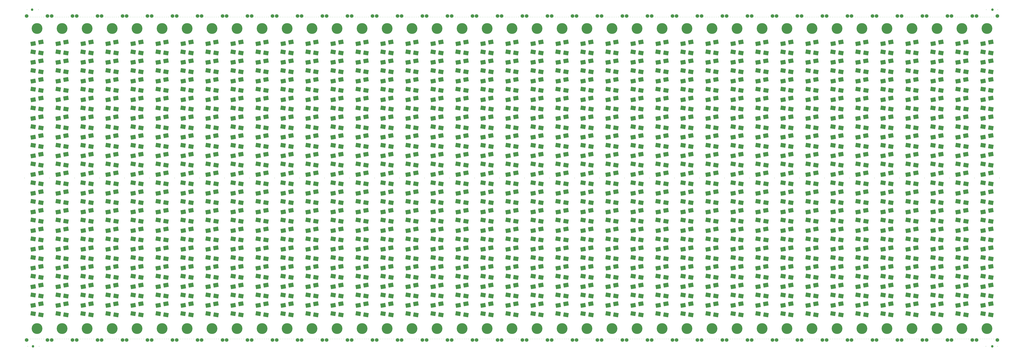
<source format=gts>
G04*
G04 #@! TF.GenerationSoftware,Altium Limited,Altium Designer,18.1.7 (191)*
G04*
G04 Layer_Color=8388736*
%FSLAX44Y44*%
%MOMM*%
G71*
G01*
G75*
%ADD18C,1.2032*%
G04:AMPARAMS|DCode=19|XSize=2.4032mm|YSize=2.0032mm|CornerRadius=0mm|HoleSize=0mm|Usage=FLASHONLY|Rotation=350.000|XOffset=0mm|YOffset=0mm|HoleType=Round|Shape=Rectangle|*
%AMROTATEDRECTD19*
4,1,4,-1.3573,-0.7777,-1.0094,1.1950,1.3573,0.7777,1.0094,-1.1950,-1.3573,-0.7777,0.0*
%
%ADD19ROTATEDRECTD19*%

G04:AMPARAMS|DCode=20|XSize=2.4032mm|YSize=2.0032mm|CornerRadius=0mm|HoleSize=0mm|Usage=FLASHONLY|Rotation=190.000|XOffset=0mm|YOffset=0mm|HoleType=Round|Shape=Rectangle|*
%AMROTATEDRECTD20*
4,1,4,1.0094,1.1950,1.3573,-0.7777,-1.0094,-1.1950,-1.3573,0.7777,1.0094,1.1950,0.0*
%
%ADD20ROTATEDRECTD20*%

%ADD21C,0.2032*%
%ADD22C,0.2960*%
%ADD23C,1.7272*%
%ADD24C,5.2032*%
D18*
X4656270Y1640000D02*
D03*
X46270D02*
D03*
X50000Y20000D02*
D03*
X4655000D02*
D03*
D19*
X88711Y351701D02*
D03*
X51115Y357314D02*
D03*
X88711Y261701D02*
D03*
X51115Y267314D02*
D03*
X88711Y171701D02*
D03*
X51115Y177314D02*
D03*
X88711Y1071701D02*
D03*
X51115Y1077315D02*
D03*
X88711Y1161701D02*
D03*
X51115Y1167315D02*
D03*
X88711Y1251701D02*
D03*
X51115Y1257315D02*
D03*
X88711Y1341701D02*
D03*
X51115Y1347314D02*
D03*
X88711Y1431701D02*
D03*
X51115Y1437314D02*
D03*
X88711Y981701D02*
D03*
X51115Y987315D02*
D03*
X88711Y891701D02*
D03*
X51115Y897315D02*
D03*
X88711Y801701D02*
D03*
X51115Y807315D02*
D03*
X88711Y711701D02*
D03*
X51115Y717315D02*
D03*
X88711Y621701D02*
D03*
X51115Y627314D02*
D03*
X88711Y441701D02*
D03*
X51115Y447314D02*
D03*
X88711Y531701D02*
D03*
X51115Y537314D02*
D03*
X208711Y351701D02*
D03*
X171115Y357314D02*
D03*
X208711Y261701D02*
D03*
X171115Y267314D02*
D03*
X208711Y171701D02*
D03*
X171115Y177314D02*
D03*
X208711Y1071701D02*
D03*
X171115Y1077315D02*
D03*
X208711Y1161701D02*
D03*
X171115Y1167315D02*
D03*
X208711Y1251701D02*
D03*
X171115Y1257315D02*
D03*
X208711Y1341701D02*
D03*
X171115Y1347314D02*
D03*
X208711Y1431701D02*
D03*
X171115Y1437314D02*
D03*
X208711Y981701D02*
D03*
X171115Y987315D02*
D03*
X208711Y891701D02*
D03*
X171115Y897315D02*
D03*
X208711Y801701D02*
D03*
X171115Y807315D02*
D03*
X208711Y711701D02*
D03*
X171115Y717315D02*
D03*
X208711Y621701D02*
D03*
X171115Y627314D02*
D03*
X208711Y441701D02*
D03*
X171115Y447314D02*
D03*
X208711Y531701D02*
D03*
X171115Y537314D02*
D03*
X328711Y351701D02*
D03*
X291115Y357314D02*
D03*
X328711Y261701D02*
D03*
X291115Y267314D02*
D03*
X328711Y171701D02*
D03*
X291115Y177314D02*
D03*
X328711Y1071701D02*
D03*
X291115Y1077315D02*
D03*
X328711Y1161701D02*
D03*
X291115Y1167315D02*
D03*
X328711Y1251701D02*
D03*
X291115Y1257315D02*
D03*
X328711Y1341701D02*
D03*
X291115Y1347314D02*
D03*
X328711Y1431701D02*
D03*
X291115Y1437314D02*
D03*
X328711Y981701D02*
D03*
X291115Y987315D02*
D03*
X328711Y891701D02*
D03*
X291115Y897315D02*
D03*
X328711Y801701D02*
D03*
X291115Y807315D02*
D03*
X328711Y711701D02*
D03*
X291115Y717315D02*
D03*
X328711Y621701D02*
D03*
X291115Y627314D02*
D03*
X328711Y441701D02*
D03*
X291115Y447314D02*
D03*
X328711Y531701D02*
D03*
X291115Y537314D02*
D03*
X448711Y351701D02*
D03*
X411115Y357314D02*
D03*
X448711Y261701D02*
D03*
X411115Y267314D02*
D03*
X448711Y171701D02*
D03*
X411115Y177314D02*
D03*
X448711Y1071701D02*
D03*
X411115Y1077315D02*
D03*
X448711Y1161701D02*
D03*
X411115Y1167315D02*
D03*
X448711Y1251701D02*
D03*
X411115Y1257315D02*
D03*
X448711Y1341701D02*
D03*
X411115Y1347314D02*
D03*
X448711Y1431701D02*
D03*
X411115Y1437314D02*
D03*
X448711Y981701D02*
D03*
X411115Y987315D02*
D03*
X448711Y891701D02*
D03*
X411115Y897315D02*
D03*
X448711Y801701D02*
D03*
X411115Y807315D02*
D03*
X448711Y711701D02*
D03*
X411115Y717315D02*
D03*
X448711Y621701D02*
D03*
X411115Y627314D02*
D03*
X448711Y441701D02*
D03*
X411115Y447314D02*
D03*
X448711Y531701D02*
D03*
X411115Y537314D02*
D03*
X568711Y351701D02*
D03*
X531115Y357314D02*
D03*
X568711Y261701D02*
D03*
X531115Y267314D02*
D03*
X568711Y171701D02*
D03*
X531115Y177314D02*
D03*
X568711Y1071701D02*
D03*
X531115Y1077315D02*
D03*
X568711Y1161701D02*
D03*
X531115Y1167315D02*
D03*
X568711Y1251701D02*
D03*
X531115Y1257315D02*
D03*
X568711Y1341701D02*
D03*
X531115Y1347314D02*
D03*
X568711Y1431701D02*
D03*
X531115Y1437314D02*
D03*
X568711Y981701D02*
D03*
X531115Y987315D02*
D03*
X568711Y891701D02*
D03*
X531115Y897315D02*
D03*
X568711Y801701D02*
D03*
X531115Y807315D02*
D03*
X568711Y711701D02*
D03*
X531115Y717315D02*
D03*
X568711Y621701D02*
D03*
X531115Y627314D02*
D03*
X568711Y441701D02*
D03*
X531115Y447314D02*
D03*
X568711Y531701D02*
D03*
X531115Y537314D02*
D03*
X688711Y351701D02*
D03*
X651115Y357314D02*
D03*
X688711Y261701D02*
D03*
X651115Y267314D02*
D03*
X688711Y171701D02*
D03*
X651115Y177314D02*
D03*
X688711Y1071701D02*
D03*
X651115Y1077315D02*
D03*
X688711Y1161701D02*
D03*
X651115Y1167315D02*
D03*
X688711Y1251701D02*
D03*
X651115Y1257315D02*
D03*
X688711Y1341701D02*
D03*
X651115Y1347314D02*
D03*
X688711Y1431701D02*
D03*
X651115Y1437314D02*
D03*
X688711Y981701D02*
D03*
X651115Y987315D02*
D03*
X688711Y891701D02*
D03*
X651115Y897315D02*
D03*
X688711Y801701D02*
D03*
X651115Y807315D02*
D03*
X688711Y711701D02*
D03*
X651115Y717315D02*
D03*
X688711Y621701D02*
D03*
X651115Y627314D02*
D03*
X688711Y441701D02*
D03*
X651115Y447314D02*
D03*
X688711Y531701D02*
D03*
X651115Y537314D02*
D03*
X808711Y351701D02*
D03*
X771115Y357314D02*
D03*
X808711Y261701D02*
D03*
X771115Y267314D02*
D03*
X808711Y171701D02*
D03*
X771115Y177314D02*
D03*
X808711Y1071701D02*
D03*
X771115Y1077315D02*
D03*
X808711Y1161701D02*
D03*
X771115Y1167315D02*
D03*
X808711Y1251701D02*
D03*
X771115Y1257315D02*
D03*
X808711Y1341701D02*
D03*
X771115Y1347314D02*
D03*
X808711Y1431701D02*
D03*
X771115Y1437314D02*
D03*
X808711Y981701D02*
D03*
X771115Y987315D02*
D03*
X808711Y891701D02*
D03*
X771115Y897315D02*
D03*
X808711Y801701D02*
D03*
X771115Y807315D02*
D03*
X808711Y711701D02*
D03*
X771115Y717315D02*
D03*
X808711Y621701D02*
D03*
X771115Y627314D02*
D03*
X808711Y441701D02*
D03*
X771115Y447314D02*
D03*
X808711Y531701D02*
D03*
X771115Y537314D02*
D03*
X928711Y351701D02*
D03*
X891115Y357314D02*
D03*
X928711Y261701D02*
D03*
X891115Y267314D02*
D03*
X928711Y171701D02*
D03*
X891115Y177314D02*
D03*
X928711Y1071701D02*
D03*
X891115Y1077315D02*
D03*
X928711Y1161701D02*
D03*
X891115Y1167315D02*
D03*
X928711Y1251701D02*
D03*
X891115Y1257315D02*
D03*
X928711Y1341701D02*
D03*
X891115Y1347314D02*
D03*
X928711Y1431701D02*
D03*
X891115Y1437314D02*
D03*
X928711Y981701D02*
D03*
X891115Y987315D02*
D03*
X928711Y891701D02*
D03*
X891115Y897315D02*
D03*
X928711Y801701D02*
D03*
X891115Y807315D02*
D03*
X928711Y711701D02*
D03*
X891115Y717315D02*
D03*
X928711Y621701D02*
D03*
X891115Y627314D02*
D03*
X928711Y441701D02*
D03*
X891115Y447314D02*
D03*
X928711Y531701D02*
D03*
X891115Y537314D02*
D03*
X1048711Y351701D02*
D03*
X1011115Y357314D02*
D03*
X1048711Y261701D02*
D03*
X1011115Y267314D02*
D03*
X1048711Y171701D02*
D03*
X1011115Y177314D02*
D03*
X1048711Y1071701D02*
D03*
X1011115Y1077315D02*
D03*
X1048711Y1161701D02*
D03*
X1011115Y1167315D02*
D03*
X1048711Y1251701D02*
D03*
X1011115Y1257315D02*
D03*
X1048711Y1341701D02*
D03*
X1011115Y1347314D02*
D03*
X1048711Y1431701D02*
D03*
X1011115Y1437314D02*
D03*
X1048711Y981701D02*
D03*
X1011115Y987315D02*
D03*
X1048711Y891701D02*
D03*
X1011115Y897315D02*
D03*
X1048711Y801701D02*
D03*
X1011115Y807315D02*
D03*
X1048711Y711701D02*
D03*
X1011115Y717315D02*
D03*
X1048711Y621701D02*
D03*
X1011115Y627314D02*
D03*
X1048711Y441701D02*
D03*
X1011115Y447314D02*
D03*
X1048711Y531701D02*
D03*
X1011115Y537314D02*
D03*
X1168711Y351701D02*
D03*
X1131115Y357314D02*
D03*
X1168711Y261701D02*
D03*
X1131115Y267314D02*
D03*
X1168711Y171701D02*
D03*
X1131115Y177314D02*
D03*
X1168711Y1071701D02*
D03*
X1131115Y1077315D02*
D03*
X1168711Y1161701D02*
D03*
X1131115Y1167315D02*
D03*
X1168711Y1251701D02*
D03*
X1131115Y1257315D02*
D03*
X1168711Y1341701D02*
D03*
X1131115Y1347314D02*
D03*
X1168711Y1431701D02*
D03*
X1131115Y1437314D02*
D03*
X1168711Y981701D02*
D03*
X1131115Y987315D02*
D03*
X1168711Y891701D02*
D03*
X1131115Y897315D02*
D03*
X1168711Y801701D02*
D03*
X1131115Y807315D02*
D03*
X1168711Y711701D02*
D03*
X1131115Y717315D02*
D03*
X1168711Y621701D02*
D03*
X1131115Y627314D02*
D03*
X1168711Y441701D02*
D03*
X1131115Y447314D02*
D03*
X1168711Y531701D02*
D03*
X1131115Y537314D02*
D03*
X1288711Y351701D02*
D03*
X1251115Y357314D02*
D03*
X1288711Y261701D02*
D03*
X1251115Y267314D02*
D03*
X1288711Y171701D02*
D03*
X1251115Y177314D02*
D03*
X1288711Y1071701D02*
D03*
X1251115Y1077315D02*
D03*
X1288711Y1161701D02*
D03*
X1251115Y1167315D02*
D03*
X1288711Y1251701D02*
D03*
X1251115Y1257315D02*
D03*
X1288711Y1341701D02*
D03*
X1251115Y1347314D02*
D03*
X1288711Y1431701D02*
D03*
X1251115Y1437314D02*
D03*
X1288711Y981701D02*
D03*
X1251115Y987315D02*
D03*
X1288711Y891701D02*
D03*
X1251115Y897315D02*
D03*
X1288711Y801701D02*
D03*
X1251115Y807315D02*
D03*
X1288711Y711701D02*
D03*
X1251115Y717315D02*
D03*
X1288711Y621701D02*
D03*
X1251115Y627314D02*
D03*
X1288711Y441701D02*
D03*
X1251115Y447314D02*
D03*
X1288711Y531701D02*
D03*
X1251115Y537314D02*
D03*
X1408711Y351701D02*
D03*
X1371115Y357314D02*
D03*
X1408711Y261701D02*
D03*
X1371115Y267314D02*
D03*
X1408711Y171701D02*
D03*
X1371115Y177314D02*
D03*
X1408711Y1071701D02*
D03*
X1371115Y1077315D02*
D03*
X1408711Y1161701D02*
D03*
X1371115Y1167315D02*
D03*
X1408711Y1251701D02*
D03*
X1371115Y1257315D02*
D03*
X1408711Y1341701D02*
D03*
X1371115Y1347314D02*
D03*
X1408711Y1431701D02*
D03*
X1371115Y1437314D02*
D03*
X1408711Y981701D02*
D03*
X1371115Y987315D02*
D03*
X1408711Y891701D02*
D03*
X1371115Y897315D02*
D03*
X1408711Y801701D02*
D03*
X1371115Y807315D02*
D03*
X1408711Y711701D02*
D03*
X1371115Y717315D02*
D03*
X1408711Y621701D02*
D03*
X1371115Y627314D02*
D03*
X1408711Y441701D02*
D03*
X1371115Y447314D02*
D03*
X1408711Y531701D02*
D03*
X1371115Y537314D02*
D03*
X1528711Y351701D02*
D03*
X1491115Y357314D02*
D03*
X1528711Y261701D02*
D03*
X1491115Y267314D02*
D03*
X1528711Y171701D02*
D03*
X1491115Y177314D02*
D03*
X1528711Y1071701D02*
D03*
X1491115Y1077315D02*
D03*
X1528711Y1161701D02*
D03*
X1491115Y1167315D02*
D03*
X1528711Y1251701D02*
D03*
X1491115Y1257315D02*
D03*
X1528711Y1341701D02*
D03*
X1491115Y1347314D02*
D03*
X1528711Y1431701D02*
D03*
X1491115Y1437314D02*
D03*
X1528711Y981701D02*
D03*
X1491115Y987315D02*
D03*
X1528711Y891701D02*
D03*
X1491115Y897315D02*
D03*
X1528711Y801701D02*
D03*
X1491115Y807315D02*
D03*
X1528711Y711701D02*
D03*
X1491115Y717315D02*
D03*
X1528711Y621701D02*
D03*
X1491115Y627314D02*
D03*
X1528711Y441701D02*
D03*
X1491115Y447314D02*
D03*
X1528711Y531701D02*
D03*
X1491115Y537314D02*
D03*
X1648711Y351701D02*
D03*
X1611115Y357314D02*
D03*
X1648711Y261701D02*
D03*
X1611115Y267314D02*
D03*
X1648711Y171701D02*
D03*
X1611115Y177314D02*
D03*
X1648711Y1071701D02*
D03*
X1611115Y1077315D02*
D03*
X1648711Y1161701D02*
D03*
X1611115Y1167315D02*
D03*
X1648711Y1251701D02*
D03*
X1611115Y1257315D02*
D03*
X1648711Y1341701D02*
D03*
X1611115Y1347314D02*
D03*
X1648711Y1431701D02*
D03*
X1611115Y1437314D02*
D03*
X1648711Y981701D02*
D03*
X1611115Y987315D02*
D03*
X1648711Y891701D02*
D03*
X1611115Y897315D02*
D03*
X1648711Y801701D02*
D03*
X1611115Y807315D02*
D03*
X1648711Y711701D02*
D03*
X1611115Y717315D02*
D03*
X1648711Y621701D02*
D03*
X1611115Y627314D02*
D03*
X1648711Y441701D02*
D03*
X1611115Y447314D02*
D03*
X1648711Y531701D02*
D03*
X1611115Y537314D02*
D03*
X1768711Y351701D02*
D03*
X1731115Y357314D02*
D03*
X1768711Y261701D02*
D03*
X1731115Y267314D02*
D03*
X1768711Y171701D02*
D03*
X1731115Y177314D02*
D03*
X1768711Y1071701D02*
D03*
X1731115Y1077315D02*
D03*
X1768711Y1161701D02*
D03*
X1731115Y1167315D02*
D03*
X1768711Y1251701D02*
D03*
X1731115Y1257315D02*
D03*
X1768711Y1341701D02*
D03*
X1731115Y1347314D02*
D03*
X1768711Y1431701D02*
D03*
X1731115Y1437314D02*
D03*
X1768711Y981701D02*
D03*
X1731115Y987315D02*
D03*
X1768711Y891701D02*
D03*
X1731115Y897315D02*
D03*
X1768711Y801701D02*
D03*
X1731115Y807315D02*
D03*
X1768711Y711701D02*
D03*
X1731115Y717315D02*
D03*
X1768711Y621701D02*
D03*
X1731115Y627314D02*
D03*
X1768711Y441701D02*
D03*
X1731115Y447314D02*
D03*
X1768711Y531701D02*
D03*
X1731115Y537314D02*
D03*
X1888711Y351701D02*
D03*
X1851115Y357314D02*
D03*
X1888711Y261701D02*
D03*
X1851115Y267314D02*
D03*
X1888711Y171701D02*
D03*
X1851115Y177314D02*
D03*
X1888711Y1071701D02*
D03*
X1851115Y1077315D02*
D03*
X1888711Y1161701D02*
D03*
X1851115Y1167315D02*
D03*
X1888711Y1251701D02*
D03*
X1851115Y1257315D02*
D03*
X1888711Y1341701D02*
D03*
X1851115Y1347314D02*
D03*
X1888711Y1431701D02*
D03*
X1851115Y1437314D02*
D03*
X1888711Y981701D02*
D03*
X1851115Y987315D02*
D03*
X1888711Y891701D02*
D03*
X1851115Y897315D02*
D03*
X1888711Y801701D02*
D03*
X1851115Y807315D02*
D03*
X1888711Y711701D02*
D03*
X1851115Y717315D02*
D03*
X1888711Y621701D02*
D03*
X1851115Y627314D02*
D03*
X1888711Y441701D02*
D03*
X1851115Y447314D02*
D03*
X1888711Y531701D02*
D03*
X1851115Y537314D02*
D03*
X2008711Y351701D02*
D03*
X1971115Y357314D02*
D03*
X2008711Y261701D02*
D03*
X1971115Y267314D02*
D03*
X2008711Y171701D02*
D03*
X1971115Y177314D02*
D03*
X2008711Y1071701D02*
D03*
X1971115Y1077315D02*
D03*
X2008711Y1161701D02*
D03*
X1971115Y1167315D02*
D03*
X2008711Y1251701D02*
D03*
X1971115Y1257315D02*
D03*
X2008711Y1341701D02*
D03*
X1971115Y1347314D02*
D03*
X2008711Y1431701D02*
D03*
X1971115Y1437314D02*
D03*
X2008711Y981701D02*
D03*
X1971115Y987315D02*
D03*
X2008711Y891701D02*
D03*
X1971115Y897315D02*
D03*
X2008711Y801701D02*
D03*
X1971115Y807315D02*
D03*
X2008711Y711701D02*
D03*
X1971115Y717315D02*
D03*
X2008711Y621701D02*
D03*
X1971115Y627314D02*
D03*
X2008711Y441701D02*
D03*
X1971115Y447314D02*
D03*
X2008711Y531701D02*
D03*
X1971115Y537314D02*
D03*
X2128711Y351701D02*
D03*
X2091115Y357314D02*
D03*
X2128711Y261701D02*
D03*
X2091115Y267314D02*
D03*
X2128711Y171701D02*
D03*
X2091115Y177314D02*
D03*
X2128711Y1071701D02*
D03*
X2091115Y1077315D02*
D03*
X2128711Y1161701D02*
D03*
X2091115Y1167315D02*
D03*
X2128711Y1251701D02*
D03*
X2091115Y1257315D02*
D03*
X2128711Y1341701D02*
D03*
X2091115Y1347314D02*
D03*
X2128711Y1431701D02*
D03*
X2091115Y1437314D02*
D03*
X2128711Y981701D02*
D03*
X2091115Y987315D02*
D03*
X2128711Y891701D02*
D03*
X2091115Y897315D02*
D03*
X2128711Y801701D02*
D03*
X2091115Y807315D02*
D03*
X2128711Y711701D02*
D03*
X2091115Y717315D02*
D03*
X2128711Y621701D02*
D03*
X2091115Y627314D02*
D03*
X2128711Y441701D02*
D03*
X2091115Y447314D02*
D03*
X2128711Y531701D02*
D03*
X2091115Y537314D02*
D03*
X2248711Y351701D02*
D03*
X2211115Y357314D02*
D03*
X2248711Y261701D02*
D03*
X2211115Y267314D02*
D03*
X2248711Y171701D02*
D03*
X2211115Y177314D02*
D03*
X2248711Y1071701D02*
D03*
X2211115Y1077315D02*
D03*
X2248711Y1161701D02*
D03*
X2211115Y1167315D02*
D03*
X2248711Y1251701D02*
D03*
X2211115Y1257315D02*
D03*
X2248711Y1341701D02*
D03*
X2211115Y1347314D02*
D03*
X2248711Y1431701D02*
D03*
X2211115Y1437314D02*
D03*
X2248711Y981701D02*
D03*
X2211115Y987315D02*
D03*
X2248711Y891701D02*
D03*
X2211115Y897315D02*
D03*
X2248711Y801701D02*
D03*
X2211115Y807315D02*
D03*
X2248711Y711701D02*
D03*
X2211115Y717315D02*
D03*
X2248711Y621701D02*
D03*
X2211115Y627314D02*
D03*
X2248711Y441701D02*
D03*
X2211115Y447314D02*
D03*
X2248711Y531701D02*
D03*
X2211115Y537314D02*
D03*
X2368711Y351701D02*
D03*
X2331115Y357314D02*
D03*
X2368711Y261701D02*
D03*
X2331115Y267314D02*
D03*
X2368711Y171701D02*
D03*
X2331115Y177314D02*
D03*
X2368711Y1071701D02*
D03*
X2331115Y1077315D02*
D03*
X2368711Y1161701D02*
D03*
X2331115Y1167315D02*
D03*
X2368711Y1251701D02*
D03*
X2331115Y1257315D02*
D03*
X2368711Y1341701D02*
D03*
X2331115Y1347314D02*
D03*
X2368711Y1431701D02*
D03*
X2331115Y1437314D02*
D03*
X2368711Y981701D02*
D03*
X2331115Y987315D02*
D03*
X2368711Y891701D02*
D03*
X2331115Y897315D02*
D03*
X2368711Y801701D02*
D03*
X2331115Y807315D02*
D03*
X2368711Y711701D02*
D03*
X2331115Y717315D02*
D03*
X2368711Y621701D02*
D03*
X2331115Y627314D02*
D03*
X2368711Y441701D02*
D03*
X2331115Y447314D02*
D03*
X2368711Y531701D02*
D03*
X2331115Y537314D02*
D03*
X2488711Y351701D02*
D03*
X2451115Y357314D02*
D03*
X2488711Y261701D02*
D03*
X2451115Y267314D02*
D03*
X2488711Y171701D02*
D03*
X2451115Y177314D02*
D03*
X2488711Y1071701D02*
D03*
X2451115Y1077315D02*
D03*
X2488711Y1161701D02*
D03*
X2451115Y1167315D02*
D03*
X2488711Y1251701D02*
D03*
X2451115Y1257315D02*
D03*
X2488711Y1341701D02*
D03*
X2451115Y1347314D02*
D03*
X2488711Y1431701D02*
D03*
X2451115Y1437314D02*
D03*
X2488711Y981701D02*
D03*
X2451115Y987315D02*
D03*
X2488711Y891701D02*
D03*
X2451115Y897315D02*
D03*
X2488711Y801701D02*
D03*
X2451115Y807315D02*
D03*
X2488711Y711701D02*
D03*
X2451115Y717315D02*
D03*
X2488711Y621701D02*
D03*
X2451115Y627314D02*
D03*
X2488711Y441701D02*
D03*
X2451115Y447314D02*
D03*
X2488711Y531701D02*
D03*
X2451115Y537314D02*
D03*
X2608711Y351701D02*
D03*
X2571115Y357314D02*
D03*
X2608711Y261701D02*
D03*
X2571115Y267314D02*
D03*
X2608711Y171701D02*
D03*
X2571115Y177314D02*
D03*
X2608711Y1071701D02*
D03*
X2571115Y1077315D02*
D03*
X2608711Y1161701D02*
D03*
X2571115Y1167315D02*
D03*
X2608711Y1251701D02*
D03*
X2571115Y1257315D02*
D03*
X2608711Y1341701D02*
D03*
X2571115Y1347314D02*
D03*
X2608711Y1431701D02*
D03*
X2571115Y1437314D02*
D03*
X2608711Y981701D02*
D03*
X2571115Y987315D02*
D03*
X2608711Y891701D02*
D03*
X2571115Y897315D02*
D03*
X2608711Y801701D02*
D03*
X2571115Y807315D02*
D03*
X2608711Y711701D02*
D03*
X2571115Y717315D02*
D03*
X2608711Y621701D02*
D03*
X2571115Y627314D02*
D03*
X2608711Y441701D02*
D03*
X2571115Y447314D02*
D03*
X2608711Y531701D02*
D03*
X2571115Y537314D02*
D03*
X2728711Y351701D02*
D03*
X2691115Y357314D02*
D03*
X2728711Y261701D02*
D03*
X2691115Y267314D02*
D03*
X2728711Y171701D02*
D03*
X2691115Y177314D02*
D03*
X2728711Y1071701D02*
D03*
X2691115Y1077315D02*
D03*
X2728711Y1161701D02*
D03*
X2691115Y1167315D02*
D03*
X2728711Y1251701D02*
D03*
X2691115Y1257315D02*
D03*
X2728711Y1341701D02*
D03*
X2691115Y1347314D02*
D03*
X2728711Y1431701D02*
D03*
X2691115Y1437314D02*
D03*
X2728711Y981701D02*
D03*
X2691115Y987315D02*
D03*
X2728711Y891701D02*
D03*
X2691115Y897315D02*
D03*
X2728711Y801701D02*
D03*
X2691115Y807315D02*
D03*
X2728711Y711701D02*
D03*
X2691115Y717315D02*
D03*
X2728711Y621701D02*
D03*
X2691115Y627314D02*
D03*
X2728711Y441701D02*
D03*
X2691115Y447314D02*
D03*
X2728711Y531701D02*
D03*
X2691115Y537314D02*
D03*
X2848711Y351701D02*
D03*
X2811115Y357314D02*
D03*
X2848711Y261701D02*
D03*
X2811115Y267314D02*
D03*
X2848711Y171701D02*
D03*
X2811115Y177314D02*
D03*
X2848711Y1071701D02*
D03*
X2811115Y1077315D02*
D03*
X2848711Y1161701D02*
D03*
X2811115Y1167315D02*
D03*
X2848711Y1251701D02*
D03*
X2811115Y1257315D02*
D03*
X2848711Y1341701D02*
D03*
X2811115Y1347314D02*
D03*
X2848711Y1431701D02*
D03*
X2811115Y1437314D02*
D03*
X2848711Y981701D02*
D03*
X2811115Y987315D02*
D03*
X2848711Y891701D02*
D03*
X2811115Y897315D02*
D03*
X2848711Y801701D02*
D03*
X2811115Y807315D02*
D03*
X2848711Y711701D02*
D03*
X2811115Y717315D02*
D03*
X2848711Y621701D02*
D03*
X2811115Y627314D02*
D03*
X2848711Y441701D02*
D03*
X2811115Y447314D02*
D03*
X2848711Y531701D02*
D03*
X2811115Y537314D02*
D03*
X2968711Y351701D02*
D03*
X2931115Y357314D02*
D03*
X2968711Y261701D02*
D03*
X2931115Y267314D02*
D03*
X2968711Y171701D02*
D03*
X2931115Y177314D02*
D03*
X2968711Y1071701D02*
D03*
X2931115Y1077315D02*
D03*
X2968711Y1161701D02*
D03*
X2931115Y1167315D02*
D03*
X2968711Y1251701D02*
D03*
X2931115Y1257315D02*
D03*
X2968711Y1341701D02*
D03*
X2931115Y1347314D02*
D03*
X2968711Y1431701D02*
D03*
X2931115Y1437314D02*
D03*
X2968711Y981701D02*
D03*
X2931115Y987315D02*
D03*
X2968711Y891701D02*
D03*
X2931115Y897315D02*
D03*
X2968711Y801701D02*
D03*
X2931115Y807315D02*
D03*
X2968711Y711701D02*
D03*
X2931115Y717315D02*
D03*
X2968711Y621701D02*
D03*
X2931115Y627314D02*
D03*
X2968711Y441701D02*
D03*
X2931115Y447314D02*
D03*
X2968711Y531701D02*
D03*
X2931115Y537314D02*
D03*
X3088711Y351701D02*
D03*
X3051115Y357314D02*
D03*
X3088711Y261701D02*
D03*
X3051115Y267314D02*
D03*
X3088711Y171701D02*
D03*
X3051115Y177314D02*
D03*
X3088711Y1071701D02*
D03*
X3051115Y1077315D02*
D03*
X3088711Y1161701D02*
D03*
X3051115Y1167315D02*
D03*
X3088711Y1251701D02*
D03*
X3051115Y1257315D02*
D03*
X3088711Y1341701D02*
D03*
X3051115Y1347314D02*
D03*
X3088711Y1431701D02*
D03*
X3051115Y1437314D02*
D03*
X3088711Y981701D02*
D03*
X3051115Y987315D02*
D03*
X3088711Y891701D02*
D03*
X3051115Y897315D02*
D03*
X3088711Y801701D02*
D03*
X3051115Y807315D02*
D03*
X3088711Y711701D02*
D03*
X3051115Y717315D02*
D03*
X3088711Y621701D02*
D03*
X3051115Y627314D02*
D03*
X3088711Y441701D02*
D03*
X3051115Y447314D02*
D03*
X3088711Y531701D02*
D03*
X3051115Y537314D02*
D03*
X3208711Y351701D02*
D03*
X3171115Y357314D02*
D03*
X3208711Y261701D02*
D03*
X3171115Y267314D02*
D03*
X3208711Y171701D02*
D03*
X3171115Y177314D02*
D03*
X3208711Y1071701D02*
D03*
X3171115Y1077315D02*
D03*
X3208711Y1161701D02*
D03*
X3171115Y1167315D02*
D03*
X3208711Y1251701D02*
D03*
X3171115Y1257315D02*
D03*
X3208711Y1341701D02*
D03*
X3171115Y1347314D02*
D03*
X3208711Y1431701D02*
D03*
X3171115Y1437314D02*
D03*
X3208711Y981701D02*
D03*
X3171115Y987315D02*
D03*
X3208711Y891701D02*
D03*
X3171115Y897315D02*
D03*
X3208711Y801701D02*
D03*
X3171115Y807315D02*
D03*
X3208711Y711701D02*
D03*
X3171115Y717315D02*
D03*
X3208711Y621701D02*
D03*
X3171115Y627314D02*
D03*
X3208711Y441701D02*
D03*
X3171115Y447314D02*
D03*
X3208711Y531701D02*
D03*
X3171115Y537314D02*
D03*
X3328711Y351701D02*
D03*
X3291115Y357314D02*
D03*
X3328711Y261701D02*
D03*
X3291115Y267314D02*
D03*
X3328711Y171701D02*
D03*
X3291115Y177314D02*
D03*
X3328711Y1071701D02*
D03*
X3291115Y1077315D02*
D03*
X3328711Y1161701D02*
D03*
X3291115Y1167315D02*
D03*
X3328711Y1251701D02*
D03*
X3291115Y1257315D02*
D03*
X3328711Y1341701D02*
D03*
X3291115Y1347314D02*
D03*
X3328711Y1431701D02*
D03*
X3291115Y1437314D02*
D03*
X3328711Y981701D02*
D03*
X3291115Y987315D02*
D03*
X3328711Y891701D02*
D03*
X3291115Y897315D02*
D03*
X3328711Y801701D02*
D03*
X3291115Y807315D02*
D03*
X3328711Y711701D02*
D03*
X3291115Y717315D02*
D03*
X3328711Y621701D02*
D03*
X3291115Y627314D02*
D03*
X3328711Y441701D02*
D03*
X3291115Y447314D02*
D03*
X3328711Y531701D02*
D03*
X3291115Y537314D02*
D03*
X3448711Y351701D02*
D03*
X3411115Y357314D02*
D03*
X3448711Y261701D02*
D03*
X3411115Y267314D02*
D03*
X3448711Y171701D02*
D03*
X3411115Y177314D02*
D03*
X3448711Y1071701D02*
D03*
X3411115Y1077315D02*
D03*
X3448711Y1161701D02*
D03*
X3411115Y1167315D02*
D03*
X3448711Y1251701D02*
D03*
X3411115Y1257315D02*
D03*
X3448711Y1341701D02*
D03*
X3411115Y1347314D02*
D03*
X3448711Y1431701D02*
D03*
X3411115Y1437314D02*
D03*
X3448711Y981701D02*
D03*
X3411115Y987315D02*
D03*
X3448711Y891701D02*
D03*
X3411115Y897315D02*
D03*
X3448711Y801701D02*
D03*
X3411115Y807315D02*
D03*
X3448711Y711701D02*
D03*
X3411115Y717315D02*
D03*
X3448711Y621701D02*
D03*
X3411115Y627314D02*
D03*
X3448711Y441701D02*
D03*
X3411115Y447314D02*
D03*
X3448711Y531701D02*
D03*
X3411115Y537314D02*
D03*
X3568711Y351701D02*
D03*
X3531115Y357314D02*
D03*
X3568711Y261701D02*
D03*
X3531115Y267314D02*
D03*
X3568711Y171701D02*
D03*
X3531115Y177314D02*
D03*
X3568711Y1071701D02*
D03*
X3531115Y1077315D02*
D03*
X3568711Y1161701D02*
D03*
X3531115Y1167315D02*
D03*
X3568711Y1251701D02*
D03*
X3531115Y1257315D02*
D03*
X3568711Y1341701D02*
D03*
X3531115Y1347314D02*
D03*
X3568711Y1431701D02*
D03*
X3531115Y1437314D02*
D03*
X3568711Y981701D02*
D03*
X3531115Y987315D02*
D03*
X3568711Y891701D02*
D03*
X3531115Y897315D02*
D03*
X3568711Y801701D02*
D03*
X3531115Y807315D02*
D03*
X3568711Y711701D02*
D03*
X3531115Y717315D02*
D03*
X3568711Y621701D02*
D03*
X3531115Y627314D02*
D03*
X3568711Y441701D02*
D03*
X3531115Y447314D02*
D03*
X3568711Y531701D02*
D03*
X3531115Y537314D02*
D03*
X3688711Y351701D02*
D03*
X3651115Y357314D02*
D03*
X3688711Y261701D02*
D03*
X3651115Y267314D02*
D03*
X3688711Y171701D02*
D03*
X3651115Y177314D02*
D03*
X3688711Y1071701D02*
D03*
X3651115Y1077315D02*
D03*
X3688711Y1161701D02*
D03*
X3651115Y1167315D02*
D03*
X3688711Y1251701D02*
D03*
X3651115Y1257315D02*
D03*
X3688711Y1341701D02*
D03*
X3651115Y1347314D02*
D03*
X3688711Y1431701D02*
D03*
X3651115Y1437314D02*
D03*
X3688711Y981701D02*
D03*
X3651115Y987315D02*
D03*
X3688711Y891701D02*
D03*
X3651115Y897315D02*
D03*
X3688711Y801701D02*
D03*
X3651115Y807315D02*
D03*
X3688711Y711701D02*
D03*
X3651115Y717315D02*
D03*
X3688711Y621701D02*
D03*
X3651115Y627314D02*
D03*
X3688711Y441701D02*
D03*
X3651115Y447314D02*
D03*
X3688711Y531701D02*
D03*
X3651115Y537314D02*
D03*
X3808711Y351701D02*
D03*
X3771115Y357314D02*
D03*
X3808711Y261701D02*
D03*
X3771115Y267314D02*
D03*
X3808711Y171701D02*
D03*
X3771115Y177314D02*
D03*
X3808711Y1071701D02*
D03*
X3771115Y1077315D02*
D03*
X3808711Y1161701D02*
D03*
X3771115Y1167315D02*
D03*
X3808711Y1251701D02*
D03*
X3771115Y1257315D02*
D03*
X3808711Y1341701D02*
D03*
X3771115Y1347314D02*
D03*
X3808711Y1431701D02*
D03*
X3771115Y1437314D02*
D03*
X3808711Y981701D02*
D03*
X3771115Y987315D02*
D03*
X3808711Y891701D02*
D03*
X3771115Y897315D02*
D03*
X3808711Y801701D02*
D03*
X3771115Y807315D02*
D03*
X3808711Y711701D02*
D03*
X3771115Y717315D02*
D03*
X3808711Y621701D02*
D03*
X3771115Y627314D02*
D03*
X3808711Y441701D02*
D03*
X3771115Y447314D02*
D03*
X3808711Y531701D02*
D03*
X3771115Y537314D02*
D03*
X3928711Y351701D02*
D03*
X3891115Y357314D02*
D03*
X3928711Y261701D02*
D03*
X3891115Y267314D02*
D03*
X3928711Y171701D02*
D03*
X3891115Y177314D02*
D03*
X3928711Y1071701D02*
D03*
X3891115Y1077315D02*
D03*
X3928711Y1161701D02*
D03*
X3891115Y1167315D02*
D03*
X3928711Y1251701D02*
D03*
X3891115Y1257315D02*
D03*
X3928711Y1341701D02*
D03*
X3891115Y1347314D02*
D03*
X3928711Y1431701D02*
D03*
X3891115Y1437314D02*
D03*
X3928711Y981701D02*
D03*
X3891115Y987315D02*
D03*
X3928711Y891701D02*
D03*
X3891115Y897315D02*
D03*
X3928711Y801701D02*
D03*
X3891115Y807315D02*
D03*
X3928711Y711701D02*
D03*
X3891115Y717315D02*
D03*
X3928711Y621701D02*
D03*
X3891115Y627314D02*
D03*
X3928711Y441701D02*
D03*
X3891115Y447314D02*
D03*
X3928711Y531701D02*
D03*
X3891115Y537314D02*
D03*
X4048711Y351701D02*
D03*
X4011115Y357314D02*
D03*
X4048711Y261701D02*
D03*
X4011115Y267314D02*
D03*
X4048711Y171701D02*
D03*
X4011115Y177314D02*
D03*
X4048711Y1071701D02*
D03*
X4011115Y1077315D02*
D03*
X4048711Y1161701D02*
D03*
X4011115Y1167315D02*
D03*
X4048711Y1251701D02*
D03*
X4011115Y1257315D02*
D03*
X4048711Y1341701D02*
D03*
X4011115Y1347314D02*
D03*
X4048711Y1431701D02*
D03*
X4011115Y1437314D02*
D03*
X4048711Y981701D02*
D03*
X4011115Y987315D02*
D03*
X4048711Y891701D02*
D03*
X4011115Y897315D02*
D03*
X4048711Y801701D02*
D03*
X4011115Y807315D02*
D03*
X4048711Y711701D02*
D03*
X4011115Y717315D02*
D03*
X4048711Y621701D02*
D03*
X4011115Y627314D02*
D03*
X4048711Y441701D02*
D03*
X4011115Y447314D02*
D03*
X4048711Y531701D02*
D03*
X4011115Y537314D02*
D03*
X4168711Y351701D02*
D03*
X4131115Y357314D02*
D03*
X4168711Y261701D02*
D03*
X4131115Y267314D02*
D03*
X4168711Y171701D02*
D03*
X4131115Y177314D02*
D03*
X4168711Y1071701D02*
D03*
X4131115Y1077315D02*
D03*
X4168711Y1161701D02*
D03*
X4131115Y1167315D02*
D03*
X4168711Y1251701D02*
D03*
X4131115Y1257315D02*
D03*
X4168711Y1341701D02*
D03*
X4131115Y1347314D02*
D03*
X4168711Y1431701D02*
D03*
X4131115Y1437314D02*
D03*
X4168711Y981701D02*
D03*
X4131115Y987315D02*
D03*
X4168711Y891701D02*
D03*
X4131115Y897315D02*
D03*
X4168711Y801701D02*
D03*
X4131115Y807315D02*
D03*
X4168711Y711701D02*
D03*
X4131115Y717315D02*
D03*
X4168711Y621701D02*
D03*
X4131115Y627314D02*
D03*
X4168711Y441701D02*
D03*
X4131115Y447314D02*
D03*
X4168711Y531701D02*
D03*
X4131115Y537314D02*
D03*
X4288711Y351701D02*
D03*
X4251115Y357314D02*
D03*
X4288711Y261701D02*
D03*
X4251115Y267314D02*
D03*
X4288711Y171701D02*
D03*
X4251115Y177314D02*
D03*
X4288711Y1071701D02*
D03*
X4251115Y1077315D02*
D03*
X4288711Y1161701D02*
D03*
X4251115Y1167315D02*
D03*
X4288711Y1251701D02*
D03*
X4251115Y1257315D02*
D03*
X4288711Y1341701D02*
D03*
X4251115Y1347314D02*
D03*
X4288711Y1431701D02*
D03*
X4251115Y1437314D02*
D03*
X4288711Y981701D02*
D03*
X4251115Y987315D02*
D03*
X4288711Y891701D02*
D03*
X4251115Y897315D02*
D03*
X4288711Y801701D02*
D03*
X4251115Y807315D02*
D03*
X4288711Y711701D02*
D03*
X4251115Y717315D02*
D03*
X4288711Y621701D02*
D03*
X4251115Y627314D02*
D03*
X4288711Y441701D02*
D03*
X4251115Y447314D02*
D03*
X4288711Y531701D02*
D03*
X4251115Y537314D02*
D03*
X4408711Y351701D02*
D03*
X4371115Y357314D02*
D03*
X4408711Y261701D02*
D03*
X4371115Y267314D02*
D03*
X4408711Y171701D02*
D03*
X4371115Y177314D02*
D03*
X4408711Y1071701D02*
D03*
X4371115Y1077315D02*
D03*
X4408711Y1161701D02*
D03*
X4371115Y1167315D02*
D03*
X4408711Y1251701D02*
D03*
X4371115Y1257315D02*
D03*
X4408711Y1341701D02*
D03*
X4371115Y1347314D02*
D03*
X4408711Y1431701D02*
D03*
X4371115Y1437314D02*
D03*
X4408711Y981701D02*
D03*
X4371115Y987315D02*
D03*
X4408711Y891701D02*
D03*
X4371115Y897315D02*
D03*
X4408711Y801701D02*
D03*
X4371115Y807315D02*
D03*
X4408711Y711701D02*
D03*
X4371115Y717315D02*
D03*
X4408711Y621701D02*
D03*
X4371115Y627314D02*
D03*
X4408711Y441701D02*
D03*
X4371115Y447314D02*
D03*
X4408711Y531701D02*
D03*
X4371115Y537314D02*
D03*
X4528711Y351701D02*
D03*
X4491115Y357314D02*
D03*
X4528711Y261701D02*
D03*
X4491115Y267314D02*
D03*
X4528711Y171701D02*
D03*
X4491115Y177314D02*
D03*
X4528711Y1071701D02*
D03*
X4491115Y1077315D02*
D03*
X4528711Y1161701D02*
D03*
X4491115Y1167315D02*
D03*
X4528711Y1251701D02*
D03*
X4491115Y1257315D02*
D03*
X4528711Y1341701D02*
D03*
X4491115Y1347314D02*
D03*
X4528711Y1431701D02*
D03*
X4491115Y1437314D02*
D03*
X4528711Y981701D02*
D03*
X4491115Y987315D02*
D03*
X4528711Y891701D02*
D03*
X4491115Y897315D02*
D03*
X4528711Y801701D02*
D03*
X4491115Y807315D02*
D03*
X4528711Y711701D02*
D03*
X4491115Y717315D02*
D03*
X4528711Y621701D02*
D03*
X4491115Y627314D02*
D03*
X4528711Y441701D02*
D03*
X4491115Y447314D02*
D03*
X4528711Y531701D02*
D03*
X4491115Y537314D02*
D03*
X4648711Y351701D02*
D03*
X4611115Y357314D02*
D03*
X4648711Y261701D02*
D03*
X4611115Y267314D02*
D03*
X4648711Y171701D02*
D03*
X4611115Y177314D02*
D03*
X4648711Y1071701D02*
D03*
X4611115Y1077315D02*
D03*
X4648711Y1161701D02*
D03*
X4611115Y1167315D02*
D03*
X4648711Y1251701D02*
D03*
X4611115Y1257315D02*
D03*
X4648711Y1341701D02*
D03*
X4611115Y1347314D02*
D03*
X4648711Y1431701D02*
D03*
X4611115Y1437314D02*
D03*
X4648711Y981701D02*
D03*
X4611115Y987315D02*
D03*
X4648711Y891701D02*
D03*
X4611115Y897315D02*
D03*
X4648711Y801701D02*
D03*
X4611115Y807315D02*
D03*
X4648711Y711701D02*
D03*
X4611115Y717315D02*
D03*
X4648711Y621701D02*
D03*
X4611115Y627314D02*
D03*
X4648711Y441701D02*
D03*
X4611115Y447314D02*
D03*
X4648711Y531701D02*
D03*
X4611115Y537314D02*
D03*
D20*
X51289Y306701D02*
D03*
X88538Y314284D02*
D03*
X51289Y216701D02*
D03*
X88538Y224284D02*
D03*
X51289Y936701D02*
D03*
X88538Y944284D02*
D03*
X51289Y1116701D02*
D03*
X88538Y1124284D02*
D03*
X51289Y1206701D02*
D03*
X88538Y1214284D02*
D03*
X51289Y1296701D02*
D03*
X88538Y1304284D02*
D03*
X51289Y1386701D02*
D03*
X88538Y1394284D02*
D03*
X51289Y1476701D02*
D03*
X88538Y1484284D02*
D03*
X51289Y1026701D02*
D03*
X88538Y1034284D02*
D03*
X51289Y846701D02*
D03*
X88538Y854284D02*
D03*
X51289Y756701D02*
D03*
X88538Y764284D02*
D03*
X51289Y666701D02*
D03*
X88538Y674284D02*
D03*
X51289Y396701D02*
D03*
X88538Y404284D02*
D03*
X51289Y486701D02*
D03*
X88538Y494284D02*
D03*
X51289Y576701D02*
D03*
X88538Y584284D02*
D03*
X171289Y306701D02*
D03*
X208538Y314284D02*
D03*
X171289Y216701D02*
D03*
X208538Y224284D02*
D03*
X171289Y936701D02*
D03*
X208538Y944284D02*
D03*
X171289Y1116701D02*
D03*
X208538Y1124284D02*
D03*
X171289Y1206701D02*
D03*
X208538Y1214284D02*
D03*
X171289Y1296701D02*
D03*
X208538Y1304284D02*
D03*
X171289Y1386701D02*
D03*
X208538Y1394284D02*
D03*
X171289Y1476701D02*
D03*
X208538Y1484284D02*
D03*
X171289Y1026701D02*
D03*
X208538Y1034284D02*
D03*
X171289Y846701D02*
D03*
X208538Y854284D02*
D03*
X171289Y756701D02*
D03*
X208538Y764284D02*
D03*
X171289Y666701D02*
D03*
X208538Y674284D02*
D03*
X171289Y396701D02*
D03*
X208538Y404284D02*
D03*
X171289Y486701D02*
D03*
X208538Y494284D02*
D03*
X171289Y576701D02*
D03*
X208538Y584284D02*
D03*
X291289Y306701D02*
D03*
X328538Y314284D02*
D03*
X291289Y216701D02*
D03*
X328538Y224284D02*
D03*
X291289Y936701D02*
D03*
X328538Y944284D02*
D03*
X291289Y1116701D02*
D03*
X328538Y1124284D02*
D03*
X291289Y1206701D02*
D03*
X328538Y1214284D02*
D03*
X291289Y1296701D02*
D03*
X328538Y1304284D02*
D03*
X291289Y1386701D02*
D03*
X328538Y1394284D02*
D03*
X291289Y1476701D02*
D03*
X328538Y1484284D02*
D03*
X291289Y1026701D02*
D03*
X328538Y1034284D02*
D03*
X291289Y846701D02*
D03*
X328538Y854284D02*
D03*
X291289Y756701D02*
D03*
X328538Y764284D02*
D03*
X291289Y666701D02*
D03*
X328538Y674284D02*
D03*
X291289Y396701D02*
D03*
X328538Y404284D02*
D03*
X291289Y486701D02*
D03*
X328538Y494284D02*
D03*
X291289Y576701D02*
D03*
X328538Y584284D02*
D03*
X411289Y306701D02*
D03*
X448538Y314284D02*
D03*
X411289Y216701D02*
D03*
X448538Y224284D02*
D03*
X411289Y936701D02*
D03*
X448538Y944284D02*
D03*
X411289Y1116701D02*
D03*
X448538Y1124284D02*
D03*
X411289Y1206701D02*
D03*
X448538Y1214284D02*
D03*
X411289Y1296701D02*
D03*
X448538Y1304284D02*
D03*
X411289Y1386701D02*
D03*
X448538Y1394284D02*
D03*
X411289Y1476701D02*
D03*
X448538Y1484284D02*
D03*
X411289Y1026701D02*
D03*
X448538Y1034284D02*
D03*
X411289Y846701D02*
D03*
X448538Y854284D02*
D03*
X411289Y756701D02*
D03*
X448538Y764284D02*
D03*
X411289Y666701D02*
D03*
X448538Y674284D02*
D03*
X411289Y396701D02*
D03*
X448538Y404284D02*
D03*
X411289Y486701D02*
D03*
X448538Y494284D02*
D03*
X411289Y576701D02*
D03*
X448538Y584284D02*
D03*
X531289Y306701D02*
D03*
X568538Y314284D02*
D03*
X531289Y216701D02*
D03*
X568538Y224284D02*
D03*
X531289Y936701D02*
D03*
X568538Y944284D02*
D03*
X531289Y1116701D02*
D03*
X568538Y1124284D02*
D03*
X531289Y1206701D02*
D03*
X568538Y1214284D02*
D03*
X531289Y1296701D02*
D03*
X568538Y1304284D02*
D03*
X531289Y1386701D02*
D03*
X568538Y1394284D02*
D03*
X531289Y1476701D02*
D03*
X568538Y1484284D02*
D03*
X531289Y1026701D02*
D03*
X568538Y1034284D02*
D03*
X531289Y846701D02*
D03*
X568538Y854284D02*
D03*
X531289Y756701D02*
D03*
X568538Y764284D02*
D03*
X531289Y666701D02*
D03*
X568538Y674284D02*
D03*
X531289Y396701D02*
D03*
X568538Y404284D02*
D03*
X531289Y486701D02*
D03*
X568538Y494284D02*
D03*
X531289Y576701D02*
D03*
X568538Y584284D02*
D03*
X651289Y306701D02*
D03*
X688538Y314284D02*
D03*
X651289Y216701D02*
D03*
X688538Y224284D02*
D03*
X651289Y936701D02*
D03*
X688538Y944284D02*
D03*
X651289Y1116701D02*
D03*
X688538Y1124284D02*
D03*
X651289Y1206701D02*
D03*
X688538Y1214284D02*
D03*
X651289Y1296701D02*
D03*
X688538Y1304284D02*
D03*
X651289Y1386701D02*
D03*
X688538Y1394284D02*
D03*
X651289Y1476701D02*
D03*
X688538Y1484284D02*
D03*
X651289Y1026701D02*
D03*
X688538Y1034284D02*
D03*
X651289Y846701D02*
D03*
X688538Y854284D02*
D03*
X651289Y756701D02*
D03*
X688538Y764284D02*
D03*
X651289Y666701D02*
D03*
X688538Y674284D02*
D03*
X651289Y396701D02*
D03*
X688538Y404284D02*
D03*
X651289Y486701D02*
D03*
X688538Y494284D02*
D03*
X651289Y576701D02*
D03*
X688538Y584284D02*
D03*
X771289Y306701D02*
D03*
X808538Y314284D02*
D03*
X771289Y216701D02*
D03*
X808538Y224284D02*
D03*
X771289Y936701D02*
D03*
X808538Y944284D02*
D03*
X771289Y1116701D02*
D03*
X808538Y1124284D02*
D03*
X771289Y1206701D02*
D03*
X808538Y1214284D02*
D03*
X771289Y1296701D02*
D03*
X808538Y1304284D02*
D03*
X771289Y1386701D02*
D03*
X808538Y1394284D02*
D03*
X771289Y1476701D02*
D03*
X808538Y1484284D02*
D03*
X771289Y1026701D02*
D03*
X808538Y1034284D02*
D03*
X771289Y846701D02*
D03*
X808538Y854284D02*
D03*
X771289Y756701D02*
D03*
X808538Y764284D02*
D03*
X771289Y666701D02*
D03*
X808538Y674284D02*
D03*
X771289Y396701D02*
D03*
X808538Y404284D02*
D03*
X771289Y486701D02*
D03*
X808538Y494284D02*
D03*
X771289Y576701D02*
D03*
X808538Y584284D02*
D03*
X891289Y306701D02*
D03*
X928538Y314284D02*
D03*
X891289Y216701D02*
D03*
X928538Y224284D02*
D03*
X891289Y936701D02*
D03*
X928538Y944284D02*
D03*
X891289Y1116701D02*
D03*
X928538Y1124284D02*
D03*
X891289Y1206701D02*
D03*
X928538Y1214284D02*
D03*
X891289Y1296701D02*
D03*
X928538Y1304284D02*
D03*
X891289Y1386701D02*
D03*
X928538Y1394284D02*
D03*
X891289Y1476701D02*
D03*
X928538Y1484284D02*
D03*
X891289Y1026701D02*
D03*
X928538Y1034284D02*
D03*
X891289Y846701D02*
D03*
X928538Y854284D02*
D03*
X891289Y756701D02*
D03*
X928538Y764284D02*
D03*
X891289Y666701D02*
D03*
X928538Y674284D02*
D03*
X891289Y396701D02*
D03*
X928538Y404284D02*
D03*
X891289Y486701D02*
D03*
X928538Y494284D02*
D03*
X891289Y576701D02*
D03*
X928538Y584284D02*
D03*
X1011289Y306701D02*
D03*
X1048538Y314284D02*
D03*
X1011289Y216701D02*
D03*
X1048538Y224284D02*
D03*
X1011289Y936701D02*
D03*
X1048538Y944284D02*
D03*
X1011289Y1116701D02*
D03*
X1048538Y1124284D02*
D03*
X1011289Y1206701D02*
D03*
X1048538Y1214284D02*
D03*
X1011289Y1296701D02*
D03*
X1048538Y1304284D02*
D03*
X1011289Y1386701D02*
D03*
X1048538Y1394284D02*
D03*
X1011289Y1476701D02*
D03*
X1048538Y1484284D02*
D03*
X1011289Y1026701D02*
D03*
X1048538Y1034284D02*
D03*
X1011289Y846701D02*
D03*
X1048538Y854284D02*
D03*
X1011289Y756701D02*
D03*
X1048538Y764284D02*
D03*
X1011289Y666701D02*
D03*
X1048538Y674284D02*
D03*
X1011289Y396701D02*
D03*
X1048538Y404284D02*
D03*
X1011289Y486701D02*
D03*
X1048538Y494284D02*
D03*
X1011289Y576701D02*
D03*
X1048538Y584284D02*
D03*
X1131289Y306701D02*
D03*
X1168538Y314284D02*
D03*
X1131289Y216701D02*
D03*
X1168538Y224284D02*
D03*
X1131289Y936701D02*
D03*
X1168538Y944284D02*
D03*
X1131289Y1116701D02*
D03*
X1168538Y1124284D02*
D03*
X1131289Y1206701D02*
D03*
X1168538Y1214284D02*
D03*
X1131289Y1296701D02*
D03*
X1168538Y1304284D02*
D03*
X1131289Y1386701D02*
D03*
X1168538Y1394284D02*
D03*
X1131289Y1476701D02*
D03*
X1168538Y1484284D02*
D03*
X1131289Y1026701D02*
D03*
X1168538Y1034284D02*
D03*
X1131289Y846701D02*
D03*
X1168538Y854284D02*
D03*
X1131289Y756701D02*
D03*
X1168538Y764284D02*
D03*
X1131289Y666701D02*
D03*
X1168538Y674284D02*
D03*
X1131289Y396701D02*
D03*
X1168538Y404284D02*
D03*
X1131289Y486701D02*
D03*
X1168538Y494284D02*
D03*
X1131289Y576701D02*
D03*
X1168538Y584284D02*
D03*
X1251289Y306701D02*
D03*
X1288538Y314284D02*
D03*
X1251289Y216701D02*
D03*
X1288538Y224284D02*
D03*
X1251289Y936701D02*
D03*
X1288538Y944284D02*
D03*
X1251289Y1116701D02*
D03*
X1288538Y1124284D02*
D03*
X1251289Y1206701D02*
D03*
X1288538Y1214284D02*
D03*
X1251289Y1296701D02*
D03*
X1288538Y1304284D02*
D03*
X1251289Y1386701D02*
D03*
X1288538Y1394284D02*
D03*
X1251289Y1476701D02*
D03*
X1288538Y1484284D02*
D03*
X1251289Y1026701D02*
D03*
X1288538Y1034284D02*
D03*
X1251289Y846701D02*
D03*
X1288538Y854284D02*
D03*
X1251289Y756701D02*
D03*
X1288538Y764284D02*
D03*
X1251289Y666701D02*
D03*
X1288538Y674284D02*
D03*
X1251289Y396701D02*
D03*
X1288538Y404284D02*
D03*
X1251289Y486701D02*
D03*
X1288538Y494284D02*
D03*
X1251289Y576701D02*
D03*
X1288538Y584284D02*
D03*
X1371288Y306701D02*
D03*
X1408537Y314284D02*
D03*
X1371288Y216701D02*
D03*
X1408537Y224284D02*
D03*
X1371288Y936701D02*
D03*
X1408537Y944284D02*
D03*
X1371288Y1116701D02*
D03*
X1408537Y1124284D02*
D03*
X1371288Y1206701D02*
D03*
X1408537Y1214284D02*
D03*
X1371288Y1296701D02*
D03*
X1408537Y1304284D02*
D03*
X1371288Y1386701D02*
D03*
X1408537Y1394284D02*
D03*
X1371288Y1476701D02*
D03*
X1408537Y1484284D02*
D03*
X1371288Y1026701D02*
D03*
X1408537Y1034284D02*
D03*
X1371288Y846701D02*
D03*
X1408537Y854284D02*
D03*
X1371288Y756701D02*
D03*
X1408537Y764284D02*
D03*
X1371288Y666701D02*
D03*
X1408537Y674284D02*
D03*
X1371288Y396701D02*
D03*
X1408537Y404284D02*
D03*
X1371288Y486701D02*
D03*
X1408537Y494284D02*
D03*
X1371288Y576701D02*
D03*
X1408537Y584284D02*
D03*
X1491288Y306701D02*
D03*
X1528537Y314284D02*
D03*
X1491288Y216701D02*
D03*
X1528537Y224284D02*
D03*
X1491288Y936701D02*
D03*
X1528537Y944284D02*
D03*
X1491288Y1116701D02*
D03*
X1528537Y1124284D02*
D03*
X1491288Y1206701D02*
D03*
X1528537Y1214284D02*
D03*
X1491288Y1296701D02*
D03*
X1528537Y1304284D02*
D03*
X1491288Y1386701D02*
D03*
X1528537Y1394284D02*
D03*
X1491288Y1476701D02*
D03*
X1528537Y1484284D02*
D03*
X1491288Y1026701D02*
D03*
X1528537Y1034284D02*
D03*
X1491288Y846701D02*
D03*
X1528537Y854284D02*
D03*
X1491288Y756701D02*
D03*
X1528537Y764284D02*
D03*
X1491288Y666701D02*
D03*
X1528537Y674284D02*
D03*
X1491288Y396701D02*
D03*
X1528537Y404284D02*
D03*
X1491288Y486701D02*
D03*
X1528537Y494284D02*
D03*
X1491288Y576701D02*
D03*
X1528537Y584284D02*
D03*
X1611288Y306701D02*
D03*
X1648537Y314284D02*
D03*
X1611288Y216701D02*
D03*
X1648537Y224284D02*
D03*
X1611288Y936701D02*
D03*
X1648537Y944284D02*
D03*
X1611288Y1116701D02*
D03*
X1648537Y1124284D02*
D03*
X1611288Y1206701D02*
D03*
X1648537Y1214284D02*
D03*
X1611288Y1296701D02*
D03*
X1648537Y1304284D02*
D03*
X1611288Y1386701D02*
D03*
X1648537Y1394284D02*
D03*
X1611288Y1476701D02*
D03*
X1648537Y1484284D02*
D03*
X1611288Y1026701D02*
D03*
X1648537Y1034284D02*
D03*
X1611288Y846701D02*
D03*
X1648537Y854284D02*
D03*
X1611288Y756701D02*
D03*
X1648537Y764284D02*
D03*
X1611288Y666701D02*
D03*
X1648537Y674284D02*
D03*
X1611288Y396701D02*
D03*
X1648537Y404284D02*
D03*
X1611288Y486701D02*
D03*
X1648537Y494284D02*
D03*
X1611288Y576701D02*
D03*
X1648537Y584284D02*
D03*
X1731288Y306701D02*
D03*
X1768537Y314284D02*
D03*
X1731288Y216701D02*
D03*
X1768537Y224284D02*
D03*
X1731288Y936701D02*
D03*
X1768537Y944284D02*
D03*
X1731288Y1116701D02*
D03*
X1768537Y1124284D02*
D03*
X1731288Y1206701D02*
D03*
X1768537Y1214284D02*
D03*
X1731288Y1296701D02*
D03*
X1768537Y1304284D02*
D03*
X1731288Y1386701D02*
D03*
X1768537Y1394284D02*
D03*
X1731288Y1476701D02*
D03*
X1768537Y1484284D02*
D03*
X1731288Y1026701D02*
D03*
X1768537Y1034284D02*
D03*
X1731288Y846701D02*
D03*
X1768537Y854284D02*
D03*
X1731288Y756701D02*
D03*
X1768537Y764284D02*
D03*
X1731288Y666701D02*
D03*
X1768537Y674284D02*
D03*
X1731288Y396701D02*
D03*
X1768537Y404284D02*
D03*
X1731288Y486701D02*
D03*
X1768537Y494284D02*
D03*
X1731288Y576701D02*
D03*
X1768537Y584284D02*
D03*
X1851288Y306701D02*
D03*
X1888537Y314284D02*
D03*
X1851288Y216701D02*
D03*
X1888537Y224284D02*
D03*
X1851288Y936701D02*
D03*
X1888537Y944284D02*
D03*
X1851288Y1116701D02*
D03*
X1888537Y1124284D02*
D03*
X1851288Y1206701D02*
D03*
X1888537Y1214284D02*
D03*
X1851288Y1296701D02*
D03*
X1888537Y1304284D02*
D03*
X1851288Y1386701D02*
D03*
X1888537Y1394284D02*
D03*
X1851288Y1476701D02*
D03*
X1888537Y1484284D02*
D03*
X1851288Y1026701D02*
D03*
X1888537Y1034284D02*
D03*
X1851288Y846701D02*
D03*
X1888537Y854284D02*
D03*
X1851288Y756701D02*
D03*
X1888537Y764284D02*
D03*
X1851288Y666701D02*
D03*
X1888537Y674284D02*
D03*
X1851288Y396701D02*
D03*
X1888537Y404284D02*
D03*
X1851288Y486701D02*
D03*
X1888537Y494284D02*
D03*
X1851288Y576701D02*
D03*
X1888537Y584284D02*
D03*
X1971288Y306701D02*
D03*
X2008537Y314284D02*
D03*
X1971288Y216701D02*
D03*
X2008537Y224284D02*
D03*
X1971288Y936701D02*
D03*
X2008537Y944284D02*
D03*
X1971288Y1116701D02*
D03*
X2008537Y1124284D02*
D03*
X1971288Y1206701D02*
D03*
X2008537Y1214284D02*
D03*
X1971288Y1296701D02*
D03*
X2008537Y1304284D02*
D03*
X1971288Y1386701D02*
D03*
X2008537Y1394284D02*
D03*
X1971288Y1476701D02*
D03*
X2008537Y1484284D02*
D03*
X1971288Y1026701D02*
D03*
X2008537Y1034284D02*
D03*
X1971288Y846701D02*
D03*
X2008537Y854284D02*
D03*
X1971288Y756701D02*
D03*
X2008537Y764284D02*
D03*
X1971288Y666701D02*
D03*
X2008537Y674284D02*
D03*
X1971288Y396701D02*
D03*
X2008537Y404284D02*
D03*
X1971288Y486701D02*
D03*
X2008537Y494284D02*
D03*
X1971288Y576701D02*
D03*
X2008537Y584284D02*
D03*
X2091288Y306701D02*
D03*
X2128537Y314284D02*
D03*
X2091288Y216701D02*
D03*
X2128537Y224284D02*
D03*
X2091288Y936701D02*
D03*
X2128537Y944284D02*
D03*
X2091288Y1116701D02*
D03*
X2128537Y1124284D02*
D03*
X2091288Y1206701D02*
D03*
X2128537Y1214284D02*
D03*
X2091288Y1296701D02*
D03*
X2128537Y1304284D02*
D03*
X2091288Y1386701D02*
D03*
X2128537Y1394284D02*
D03*
X2091288Y1476701D02*
D03*
X2128537Y1484284D02*
D03*
X2091288Y1026701D02*
D03*
X2128537Y1034284D02*
D03*
X2091288Y846701D02*
D03*
X2128537Y854284D02*
D03*
X2091288Y756701D02*
D03*
X2128537Y764284D02*
D03*
X2091288Y666701D02*
D03*
X2128537Y674284D02*
D03*
X2091288Y396701D02*
D03*
X2128537Y404284D02*
D03*
X2091288Y486701D02*
D03*
X2128537Y494284D02*
D03*
X2091288Y576701D02*
D03*
X2128537Y584284D02*
D03*
X2211288Y306701D02*
D03*
X2248537Y314284D02*
D03*
X2211288Y216701D02*
D03*
X2248537Y224284D02*
D03*
X2211288Y936701D02*
D03*
X2248537Y944284D02*
D03*
X2211288Y1116701D02*
D03*
X2248537Y1124284D02*
D03*
X2211288Y1206701D02*
D03*
X2248537Y1214284D02*
D03*
X2211288Y1296701D02*
D03*
X2248537Y1304284D02*
D03*
X2211288Y1386701D02*
D03*
X2248537Y1394284D02*
D03*
X2211288Y1476701D02*
D03*
X2248537Y1484284D02*
D03*
X2211288Y1026701D02*
D03*
X2248537Y1034284D02*
D03*
X2211288Y846701D02*
D03*
X2248537Y854284D02*
D03*
X2211288Y756701D02*
D03*
X2248537Y764284D02*
D03*
X2211288Y666701D02*
D03*
X2248537Y674284D02*
D03*
X2211288Y396701D02*
D03*
X2248537Y404284D02*
D03*
X2211288Y486701D02*
D03*
X2248537Y494284D02*
D03*
X2211288Y576701D02*
D03*
X2248537Y584284D02*
D03*
X2331288Y306701D02*
D03*
X2368537Y314284D02*
D03*
X2331288Y216701D02*
D03*
X2368537Y224284D02*
D03*
X2331288Y936701D02*
D03*
X2368537Y944284D02*
D03*
X2331288Y1116701D02*
D03*
X2368537Y1124284D02*
D03*
X2331288Y1206701D02*
D03*
X2368537Y1214284D02*
D03*
X2331288Y1296701D02*
D03*
X2368537Y1304284D02*
D03*
X2331288Y1386701D02*
D03*
X2368537Y1394284D02*
D03*
X2331288Y1476701D02*
D03*
X2368537Y1484284D02*
D03*
X2331288Y1026701D02*
D03*
X2368537Y1034284D02*
D03*
X2331288Y846701D02*
D03*
X2368537Y854284D02*
D03*
X2331288Y756701D02*
D03*
X2368537Y764284D02*
D03*
X2331288Y666701D02*
D03*
X2368537Y674284D02*
D03*
X2331288Y396701D02*
D03*
X2368537Y404284D02*
D03*
X2331288Y486701D02*
D03*
X2368537Y494284D02*
D03*
X2331288Y576701D02*
D03*
X2368537Y584284D02*
D03*
X2451288Y306701D02*
D03*
X2488537Y314284D02*
D03*
X2451288Y216701D02*
D03*
X2488537Y224284D02*
D03*
X2451288Y936701D02*
D03*
X2488537Y944284D02*
D03*
X2451288Y1116701D02*
D03*
X2488537Y1124284D02*
D03*
X2451288Y1206701D02*
D03*
X2488537Y1214284D02*
D03*
X2451288Y1296701D02*
D03*
X2488537Y1304284D02*
D03*
X2451288Y1386701D02*
D03*
X2488537Y1394284D02*
D03*
X2451288Y1476701D02*
D03*
X2488537Y1484284D02*
D03*
X2451288Y1026701D02*
D03*
X2488537Y1034284D02*
D03*
X2451288Y846701D02*
D03*
X2488537Y854284D02*
D03*
X2451288Y756701D02*
D03*
X2488537Y764284D02*
D03*
X2451288Y666701D02*
D03*
X2488537Y674284D02*
D03*
X2451288Y396701D02*
D03*
X2488537Y404284D02*
D03*
X2451288Y486701D02*
D03*
X2488537Y494284D02*
D03*
X2451288Y576701D02*
D03*
X2488537Y584284D02*
D03*
X2571288Y306701D02*
D03*
X2608537Y314284D02*
D03*
X2571288Y216701D02*
D03*
X2608537Y224284D02*
D03*
X2571288Y936701D02*
D03*
X2608537Y944284D02*
D03*
X2571288Y1116701D02*
D03*
X2608537Y1124284D02*
D03*
X2571288Y1206701D02*
D03*
X2608537Y1214284D02*
D03*
X2571288Y1296701D02*
D03*
X2608537Y1304284D02*
D03*
X2571288Y1386701D02*
D03*
X2608537Y1394284D02*
D03*
X2571288Y1476701D02*
D03*
X2608537Y1484284D02*
D03*
X2571288Y1026701D02*
D03*
X2608537Y1034284D02*
D03*
X2571288Y846701D02*
D03*
X2608537Y854284D02*
D03*
X2571288Y756701D02*
D03*
X2608537Y764284D02*
D03*
X2571288Y666701D02*
D03*
X2608537Y674284D02*
D03*
X2571288Y396701D02*
D03*
X2608537Y404284D02*
D03*
X2571288Y486701D02*
D03*
X2608537Y494284D02*
D03*
X2571288Y576701D02*
D03*
X2608537Y584284D02*
D03*
X2691288Y306701D02*
D03*
X2728537Y314284D02*
D03*
X2691288Y216701D02*
D03*
X2728537Y224284D02*
D03*
X2691288Y936701D02*
D03*
X2728537Y944284D02*
D03*
X2691288Y1116701D02*
D03*
X2728537Y1124284D02*
D03*
X2691288Y1206701D02*
D03*
X2728537Y1214284D02*
D03*
X2691288Y1296701D02*
D03*
X2728537Y1304284D02*
D03*
X2691288Y1386701D02*
D03*
X2728537Y1394284D02*
D03*
X2691288Y1476701D02*
D03*
X2728537Y1484284D02*
D03*
X2691288Y1026701D02*
D03*
X2728537Y1034284D02*
D03*
X2691288Y846701D02*
D03*
X2728537Y854284D02*
D03*
X2691288Y756701D02*
D03*
X2728537Y764284D02*
D03*
X2691288Y666701D02*
D03*
X2728537Y674284D02*
D03*
X2691288Y396701D02*
D03*
X2728537Y404284D02*
D03*
X2691288Y486701D02*
D03*
X2728537Y494284D02*
D03*
X2691288Y576701D02*
D03*
X2728537Y584284D02*
D03*
X2811288Y306701D02*
D03*
X2848537Y314284D02*
D03*
X2811288Y216701D02*
D03*
X2848537Y224284D02*
D03*
X2811288Y936701D02*
D03*
X2848537Y944284D02*
D03*
X2811288Y1116701D02*
D03*
X2848537Y1124284D02*
D03*
X2811288Y1206701D02*
D03*
X2848537Y1214284D02*
D03*
X2811288Y1296701D02*
D03*
X2848537Y1304284D02*
D03*
X2811288Y1386701D02*
D03*
X2848537Y1394284D02*
D03*
X2811288Y1476701D02*
D03*
X2848537Y1484284D02*
D03*
X2811288Y1026701D02*
D03*
X2848537Y1034284D02*
D03*
X2811288Y846701D02*
D03*
X2848537Y854284D02*
D03*
X2811288Y756701D02*
D03*
X2848537Y764284D02*
D03*
X2811288Y666701D02*
D03*
X2848537Y674284D02*
D03*
X2811288Y396701D02*
D03*
X2848537Y404284D02*
D03*
X2811288Y486701D02*
D03*
X2848537Y494284D02*
D03*
X2811288Y576701D02*
D03*
X2848537Y584284D02*
D03*
X2931288Y306701D02*
D03*
X2968537Y314284D02*
D03*
X2931288Y216701D02*
D03*
X2968537Y224284D02*
D03*
X2931288Y936701D02*
D03*
X2968537Y944284D02*
D03*
X2931288Y1116701D02*
D03*
X2968537Y1124284D02*
D03*
X2931288Y1206701D02*
D03*
X2968537Y1214284D02*
D03*
X2931288Y1296701D02*
D03*
X2968537Y1304284D02*
D03*
X2931288Y1386701D02*
D03*
X2968537Y1394284D02*
D03*
X2931288Y1476701D02*
D03*
X2968537Y1484284D02*
D03*
X2931288Y1026701D02*
D03*
X2968537Y1034284D02*
D03*
X2931288Y846701D02*
D03*
X2968537Y854284D02*
D03*
X2931288Y756701D02*
D03*
X2968537Y764284D02*
D03*
X2931288Y666701D02*
D03*
X2968537Y674284D02*
D03*
X2931288Y396701D02*
D03*
X2968537Y404284D02*
D03*
X2931288Y486701D02*
D03*
X2968537Y494284D02*
D03*
X2931288Y576701D02*
D03*
X2968537Y584284D02*
D03*
X3051288Y306701D02*
D03*
X3088537Y314284D02*
D03*
X3051288Y216701D02*
D03*
X3088537Y224284D02*
D03*
X3051288Y936701D02*
D03*
X3088537Y944284D02*
D03*
X3051288Y1116701D02*
D03*
X3088537Y1124284D02*
D03*
X3051288Y1206701D02*
D03*
X3088537Y1214284D02*
D03*
X3051288Y1296701D02*
D03*
X3088537Y1304284D02*
D03*
X3051288Y1386701D02*
D03*
X3088537Y1394284D02*
D03*
X3051288Y1476701D02*
D03*
X3088537Y1484284D02*
D03*
X3051288Y1026701D02*
D03*
X3088537Y1034284D02*
D03*
X3051288Y846701D02*
D03*
X3088537Y854284D02*
D03*
X3051288Y756701D02*
D03*
X3088537Y764284D02*
D03*
X3051288Y666701D02*
D03*
X3088537Y674284D02*
D03*
X3051288Y396701D02*
D03*
X3088537Y404284D02*
D03*
X3051288Y486701D02*
D03*
X3088537Y494284D02*
D03*
X3051288Y576701D02*
D03*
X3088537Y584284D02*
D03*
X3171288Y306701D02*
D03*
X3208537Y314284D02*
D03*
X3171288Y216701D02*
D03*
X3208537Y224284D02*
D03*
X3171288Y936701D02*
D03*
X3208537Y944284D02*
D03*
X3171288Y1116701D02*
D03*
X3208537Y1124284D02*
D03*
X3171288Y1206701D02*
D03*
X3208537Y1214284D02*
D03*
X3171288Y1296701D02*
D03*
X3208537Y1304284D02*
D03*
X3171288Y1386701D02*
D03*
X3208537Y1394284D02*
D03*
X3171288Y1476701D02*
D03*
X3208537Y1484284D02*
D03*
X3171288Y1026701D02*
D03*
X3208537Y1034284D02*
D03*
X3171288Y846701D02*
D03*
X3208537Y854284D02*
D03*
X3171288Y756701D02*
D03*
X3208537Y764284D02*
D03*
X3171288Y666701D02*
D03*
X3208537Y674284D02*
D03*
X3171288Y396701D02*
D03*
X3208537Y404284D02*
D03*
X3171288Y486701D02*
D03*
X3208537Y494284D02*
D03*
X3171288Y576701D02*
D03*
X3208537Y584284D02*
D03*
X3291288Y306701D02*
D03*
X3328537Y314284D02*
D03*
X3291288Y216701D02*
D03*
X3328537Y224284D02*
D03*
X3291288Y936701D02*
D03*
X3328537Y944284D02*
D03*
X3291288Y1116701D02*
D03*
X3328537Y1124284D02*
D03*
X3291288Y1206701D02*
D03*
X3328537Y1214284D02*
D03*
X3291288Y1296701D02*
D03*
X3328537Y1304284D02*
D03*
X3291288Y1386701D02*
D03*
X3328537Y1394284D02*
D03*
X3291288Y1476701D02*
D03*
X3328537Y1484284D02*
D03*
X3291288Y1026701D02*
D03*
X3328537Y1034284D02*
D03*
X3291288Y846701D02*
D03*
X3328537Y854284D02*
D03*
X3291288Y756701D02*
D03*
X3328537Y764284D02*
D03*
X3291288Y666701D02*
D03*
X3328537Y674284D02*
D03*
X3291288Y396701D02*
D03*
X3328537Y404284D02*
D03*
X3291288Y486701D02*
D03*
X3328537Y494284D02*
D03*
X3291288Y576701D02*
D03*
X3328537Y584284D02*
D03*
X3411288Y306701D02*
D03*
X3448537Y314284D02*
D03*
X3411288Y216701D02*
D03*
X3448537Y224284D02*
D03*
X3411288Y936701D02*
D03*
X3448537Y944284D02*
D03*
X3411288Y1116701D02*
D03*
X3448537Y1124284D02*
D03*
X3411288Y1206701D02*
D03*
X3448537Y1214284D02*
D03*
X3411288Y1296701D02*
D03*
X3448537Y1304284D02*
D03*
X3411288Y1386701D02*
D03*
X3448537Y1394284D02*
D03*
X3411288Y1476701D02*
D03*
X3448537Y1484284D02*
D03*
X3411288Y1026701D02*
D03*
X3448537Y1034284D02*
D03*
X3411288Y846701D02*
D03*
X3448537Y854284D02*
D03*
X3411288Y756701D02*
D03*
X3448537Y764284D02*
D03*
X3411288Y666701D02*
D03*
X3448537Y674284D02*
D03*
X3411288Y396701D02*
D03*
X3448537Y404284D02*
D03*
X3411288Y486701D02*
D03*
X3448537Y494284D02*
D03*
X3411288Y576701D02*
D03*
X3448537Y584284D02*
D03*
X3531288Y306701D02*
D03*
X3568537Y314284D02*
D03*
X3531288Y216701D02*
D03*
X3568537Y224284D02*
D03*
X3531288Y936701D02*
D03*
X3568537Y944284D02*
D03*
X3531288Y1116701D02*
D03*
X3568537Y1124284D02*
D03*
X3531288Y1206701D02*
D03*
X3568537Y1214284D02*
D03*
X3531288Y1296701D02*
D03*
X3568537Y1304284D02*
D03*
X3531288Y1386701D02*
D03*
X3568537Y1394284D02*
D03*
X3531288Y1476701D02*
D03*
X3568537Y1484284D02*
D03*
X3531288Y1026701D02*
D03*
X3568537Y1034284D02*
D03*
X3531288Y846701D02*
D03*
X3568537Y854284D02*
D03*
X3531288Y756701D02*
D03*
X3568537Y764284D02*
D03*
X3531288Y666701D02*
D03*
X3568537Y674284D02*
D03*
X3531288Y396701D02*
D03*
X3568537Y404284D02*
D03*
X3531288Y486701D02*
D03*
X3568537Y494284D02*
D03*
X3531288Y576701D02*
D03*
X3568537Y584284D02*
D03*
X3651288Y306701D02*
D03*
X3688537Y314284D02*
D03*
X3651288Y216701D02*
D03*
X3688537Y224284D02*
D03*
X3651288Y936701D02*
D03*
X3688537Y944284D02*
D03*
X3651288Y1116701D02*
D03*
X3688537Y1124284D02*
D03*
X3651288Y1206701D02*
D03*
X3688537Y1214284D02*
D03*
X3651288Y1296701D02*
D03*
X3688537Y1304284D02*
D03*
X3651288Y1386701D02*
D03*
X3688537Y1394284D02*
D03*
X3651288Y1476701D02*
D03*
X3688537Y1484284D02*
D03*
X3651288Y1026701D02*
D03*
X3688537Y1034284D02*
D03*
X3651288Y846701D02*
D03*
X3688537Y854284D02*
D03*
X3651288Y756701D02*
D03*
X3688537Y764284D02*
D03*
X3651288Y666701D02*
D03*
X3688537Y674284D02*
D03*
X3651288Y396701D02*
D03*
X3688537Y404284D02*
D03*
X3651288Y486701D02*
D03*
X3688537Y494284D02*
D03*
X3651288Y576701D02*
D03*
X3688537Y584284D02*
D03*
X3771288Y306701D02*
D03*
X3808537Y314284D02*
D03*
X3771288Y216701D02*
D03*
X3808537Y224284D02*
D03*
X3771288Y936701D02*
D03*
X3808537Y944284D02*
D03*
X3771288Y1116701D02*
D03*
X3808537Y1124284D02*
D03*
X3771288Y1206701D02*
D03*
X3808537Y1214284D02*
D03*
X3771288Y1296701D02*
D03*
X3808537Y1304284D02*
D03*
X3771288Y1386701D02*
D03*
X3808537Y1394284D02*
D03*
X3771288Y1476701D02*
D03*
X3808537Y1484284D02*
D03*
X3771288Y1026701D02*
D03*
X3808537Y1034284D02*
D03*
X3771288Y846701D02*
D03*
X3808537Y854284D02*
D03*
X3771288Y756701D02*
D03*
X3808537Y764284D02*
D03*
X3771288Y666701D02*
D03*
X3808537Y674284D02*
D03*
X3771288Y396701D02*
D03*
X3808537Y404284D02*
D03*
X3771288Y486701D02*
D03*
X3808537Y494284D02*
D03*
X3771288Y576701D02*
D03*
X3808537Y584284D02*
D03*
X3891288Y306701D02*
D03*
X3928537Y314284D02*
D03*
X3891288Y216701D02*
D03*
X3928537Y224284D02*
D03*
X3891288Y936701D02*
D03*
X3928537Y944284D02*
D03*
X3891288Y1116701D02*
D03*
X3928537Y1124284D02*
D03*
X3891288Y1206701D02*
D03*
X3928537Y1214284D02*
D03*
X3891288Y1296701D02*
D03*
X3928537Y1304284D02*
D03*
X3891288Y1386701D02*
D03*
X3928537Y1394284D02*
D03*
X3891288Y1476701D02*
D03*
X3928537Y1484284D02*
D03*
X3891288Y1026701D02*
D03*
X3928537Y1034284D02*
D03*
X3891288Y846701D02*
D03*
X3928537Y854284D02*
D03*
X3891288Y756701D02*
D03*
X3928537Y764284D02*
D03*
X3891288Y666701D02*
D03*
X3928537Y674284D02*
D03*
X3891288Y396701D02*
D03*
X3928537Y404284D02*
D03*
X3891288Y486701D02*
D03*
X3928537Y494284D02*
D03*
X3891288Y576701D02*
D03*
X3928537Y584284D02*
D03*
X4011288Y306701D02*
D03*
X4048537Y314284D02*
D03*
X4011288Y216701D02*
D03*
X4048537Y224284D02*
D03*
X4011288Y936701D02*
D03*
X4048537Y944284D02*
D03*
X4011288Y1116701D02*
D03*
X4048537Y1124284D02*
D03*
X4011288Y1206701D02*
D03*
X4048537Y1214284D02*
D03*
X4011288Y1296701D02*
D03*
X4048537Y1304284D02*
D03*
X4011288Y1386701D02*
D03*
X4048537Y1394284D02*
D03*
X4011288Y1476701D02*
D03*
X4048537Y1484284D02*
D03*
X4011288Y1026701D02*
D03*
X4048537Y1034284D02*
D03*
X4011288Y846701D02*
D03*
X4048537Y854284D02*
D03*
X4011288Y756701D02*
D03*
X4048537Y764284D02*
D03*
X4011288Y666701D02*
D03*
X4048537Y674284D02*
D03*
X4011288Y396701D02*
D03*
X4048537Y404284D02*
D03*
X4011288Y486701D02*
D03*
X4048537Y494284D02*
D03*
X4011288Y576701D02*
D03*
X4048537Y584284D02*
D03*
X4131288Y306701D02*
D03*
X4168537Y314284D02*
D03*
X4131288Y216701D02*
D03*
X4168537Y224284D02*
D03*
X4131288Y936701D02*
D03*
X4168537Y944284D02*
D03*
X4131288Y1116701D02*
D03*
X4168537Y1124284D02*
D03*
X4131288Y1206701D02*
D03*
X4168537Y1214284D02*
D03*
X4131288Y1296701D02*
D03*
X4168537Y1304284D02*
D03*
X4131288Y1386701D02*
D03*
X4168537Y1394284D02*
D03*
X4131288Y1476701D02*
D03*
X4168537Y1484284D02*
D03*
X4131288Y1026701D02*
D03*
X4168537Y1034284D02*
D03*
X4131288Y846701D02*
D03*
X4168537Y854284D02*
D03*
X4131288Y756701D02*
D03*
X4168537Y764284D02*
D03*
X4131288Y666701D02*
D03*
X4168537Y674284D02*
D03*
X4131288Y396701D02*
D03*
X4168537Y404284D02*
D03*
X4131288Y486701D02*
D03*
X4168537Y494284D02*
D03*
X4131288Y576701D02*
D03*
X4168537Y584284D02*
D03*
X4251288Y306701D02*
D03*
X4288537Y314284D02*
D03*
X4251288Y216701D02*
D03*
X4288537Y224284D02*
D03*
X4251288Y936701D02*
D03*
X4288537Y944284D02*
D03*
X4251288Y1116701D02*
D03*
X4288537Y1124284D02*
D03*
X4251288Y1206701D02*
D03*
X4288537Y1214284D02*
D03*
X4251288Y1296701D02*
D03*
X4288537Y1304284D02*
D03*
X4251288Y1386701D02*
D03*
X4288537Y1394284D02*
D03*
X4251288Y1476701D02*
D03*
X4288537Y1484284D02*
D03*
X4251288Y1026701D02*
D03*
X4288537Y1034284D02*
D03*
X4251288Y846701D02*
D03*
X4288537Y854284D02*
D03*
X4251288Y756701D02*
D03*
X4288537Y764284D02*
D03*
X4251288Y666701D02*
D03*
X4288537Y674284D02*
D03*
X4251288Y396701D02*
D03*
X4288537Y404284D02*
D03*
X4251288Y486701D02*
D03*
X4288537Y494284D02*
D03*
X4251288Y576701D02*
D03*
X4288537Y584284D02*
D03*
X4371288Y306701D02*
D03*
X4408537Y314284D02*
D03*
X4371288Y216701D02*
D03*
X4408537Y224284D02*
D03*
X4371288Y936701D02*
D03*
X4408537Y944284D02*
D03*
X4371288Y1116701D02*
D03*
X4408537Y1124284D02*
D03*
X4371288Y1206701D02*
D03*
X4408537Y1214284D02*
D03*
X4371288Y1296701D02*
D03*
X4408537Y1304284D02*
D03*
X4371288Y1386701D02*
D03*
X4408537Y1394284D02*
D03*
X4371288Y1476701D02*
D03*
X4408537Y1484284D02*
D03*
X4371288Y1026701D02*
D03*
X4408537Y1034284D02*
D03*
X4371288Y846701D02*
D03*
X4408537Y854284D02*
D03*
X4371288Y756701D02*
D03*
X4408537Y764284D02*
D03*
X4371288Y666701D02*
D03*
X4408537Y674284D02*
D03*
X4371288Y396701D02*
D03*
X4408537Y404284D02*
D03*
X4371288Y486701D02*
D03*
X4408537Y494284D02*
D03*
X4371288Y576701D02*
D03*
X4408537Y584284D02*
D03*
X4491288Y306701D02*
D03*
X4528537Y314284D02*
D03*
X4491288Y216701D02*
D03*
X4528537Y224284D02*
D03*
X4491288Y936701D02*
D03*
X4528537Y944284D02*
D03*
X4491288Y1116701D02*
D03*
X4528537Y1124284D02*
D03*
X4491288Y1206701D02*
D03*
X4528537Y1214284D02*
D03*
X4491288Y1296701D02*
D03*
X4528537Y1304284D02*
D03*
X4491288Y1386701D02*
D03*
X4528537Y1394284D02*
D03*
X4491288Y1476701D02*
D03*
X4528537Y1484284D02*
D03*
X4491288Y1026701D02*
D03*
X4528537Y1034284D02*
D03*
X4491288Y846701D02*
D03*
X4528537Y854284D02*
D03*
X4491288Y756701D02*
D03*
X4528537Y764284D02*
D03*
X4491288Y666701D02*
D03*
X4528537Y674284D02*
D03*
X4491288Y396701D02*
D03*
X4528537Y404284D02*
D03*
X4491288Y486701D02*
D03*
X4528537Y494284D02*
D03*
X4491288Y576701D02*
D03*
X4528537Y584284D02*
D03*
X4611288Y306701D02*
D03*
X4648537Y314284D02*
D03*
X4611288Y216701D02*
D03*
X4648537Y224284D02*
D03*
X4611288Y936701D02*
D03*
X4648537Y944284D02*
D03*
X4611288Y1116701D02*
D03*
X4648537Y1124284D02*
D03*
X4611288Y1206701D02*
D03*
X4648537Y1214284D02*
D03*
X4611288Y1296701D02*
D03*
X4648537Y1304284D02*
D03*
X4611288Y1386701D02*
D03*
X4648537Y1394284D02*
D03*
X4611288Y1476701D02*
D03*
X4648537Y1484284D02*
D03*
X4611288Y1026701D02*
D03*
X4648537Y1034284D02*
D03*
X4611288Y846701D02*
D03*
X4648537Y854284D02*
D03*
X4611288Y756701D02*
D03*
X4648537Y764284D02*
D03*
X4611288Y666701D02*
D03*
X4648537Y674284D02*
D03*
X4611288Y396701D02*
D03*
X4648537Y404284D02*
D03*
X4611288Y486701D02*
D03*
X4648537Y494284D02*
D03*
X4611288Y576701D02*
D03*
X4648537Y584284D02*
D03*
D21*
X4626270Y1640000D02*
D03*
X76270D02*
D03*
X80000Y20000D02*
D03*
X4625000D02*
D03*
X130000Y830000D02*
D03*
X10000Y830000D02*
D03*
X100000Y1605000D02*
D03*
X40000D02*
D03*
X100000Y55000D02*
D03*
X40000D02*
D03*
X50000D02*
D03*
X60000D02*
D03*
X70000D02*
D03*
X80000D02*
D03*
X90000D02*
D03*
Y1605000D02*
D03*
X80000D02*
D03*
X70000D02*
D03*
X60000D02*
D03*
X50000D02*
D03*
X250000Y830000D02*
D03*
X130000Y830000D02*
D03*
X220000Y1605000D02*
D03*
X160000D02*
D03*
X220000Y55000D02*
D03*
X160000D02*
D03*
X170000D02*
D03*
X180000D02*
D03*
X190000D02*
D03*
X200000D02*
D03*
X210000D02*
D03*
Y1605000D02*
D03*
X200000D02*
D03*
X190000D02*
D03*
X180000D02*
D03*
X170000D02*
D03*
X370000Y830000D02*
D03*
X250000Y830000D02*
D03*
X340000Y1605000D02*
D03*
X280000D02*
D03*
X340000Y55000D02*
D03*
X280000D02*
D03*
X290000D02*
D03*
X300000D02*
D03*
X310000D02*
D03*
X320000D02*
D03*
X330000D02*
D03*
Y1605000D02*
D03*
X320000D02*
D03*
X310000D02*
D03*
X300000D02*
D03*
X290000D02*
D03*
X490000Y830000D02*
D03*
X370000Y830000D02*
D03*
X460000Y1605000D02*
D03*
X400000D02*
D03*
X460000Y55000D02*
D03*
X400000D02*
D03*
X410000D02*
D03*
X420000D02*
D03*
X430000D02*
D03*
X440000D02*
D03*
X450000D02*
D03*
Y1605000D02*
D03*
X440000D02*
D03*
X430000D02*
D03*
X420000D02*
D03*
X410000D02*
D03*
X610000Y830000D02*
D03*
X490000Y830000D02*
D03*
X580000Y1605000D02*
D03*
X520000D02*
D03*
X580000Y55000D02*
D03*
X520000D02*
D03*
X530000D02*
D03*
X540000D02*
D03*
X550000D02*
D03*
X560000D02*
D03*
X570000D02*
D03*
Y1605000D02*
D03*
X560000D02*
D03*
X550000D02*
D03*
X540000D02*
D03*
X530000D02*
D03*
X730000Y830000D02*
D03*
X610000Y830000D02*
D03*
X700000Y1605000D02*
D03*
X640000D02*
D03*
X700000Y55000D02*
D03*
X640000D02*
D03*
X650000D02*
D03*
X660000D02*
D03*
X670000D02*
D03*
X680000D02*
D03*
X690000D02*
D03*
Y1605000D02*
D03*
X680000D02*
D03*
X670000D02*
D03*
X660000D02*
D03*
X650000D02*
D03*
X850000Y830000D02*
D03*
X730000Y830000D02*
D03*
X820000Y1605000D02*
D03*
X760000D02*
D03*
X820000Y55000D02*
D03*
X760000D02*
D03*
X770000D02*
D03*
X780000D02*
D03*
X790000D02*
D03*
X800000D02*
D03*
X810000D02*
D03*
Y1605000D02*
D03*
X800000D02*
D03*
X790000D02*
D03*
X780000D02*
D03*
X770000D02*
D03*
X970000Y830000D02*
D03*
X850000Y830000D02*
D03*
X940000Y1605000D02*
D03*
X880000D02*
D03*
X940000Y55000D02*
D03*
X880000D02*
D03*
X890000D02*
D03*
X900000D02*
D03*
X910000D02*
D03*
X920000D02*
D03*
X930000D02*
D03*
Y1605000D02*
D03*
X920000D02*
D03*
X910000D02*
D03*
X900000D02*
D03*
X890000D02*
D03*
X1090000Y830000D02*
D03*
X970000Y830000D02*
D03*
X1060000Y1605000D02*
D03*
X1000000D02*
D03*
X1060000Y55000D02*
D03*
X1000000D02*
D03*
X1010000D02*
D03*
X1020000D02*
D03*
X1030000D02*
D03*
X1040000D02*
D03*
X1050000D02*
D03*
Y1605000D02*
D03*
X1040000D02*
D03*
X1030000D02*
D03*
X1020000D02*
D03*
X1010000D02*
D03*
X1210000Y830000D02*
D03*
X1090000Y830000D02*
D03*
X1180000Y1605000D02*
D03*
X1120000D02*
D03*
X1180000Y55000D02*
D03*
X1120000D02*
D03*
X1130000D02*
D03*
X1140000D02*
D03*
X1150000D02*
D03*
X1160000D02*
D03*
X1170000D02*
D03*
Y1605000D02*
D03*
X1160000D02*
D03*
X1150000D02*
D03*
X1140000D02*
D03*
X1130000D02*
D03*
X1330000Y830000D02*
D03*
X1210000Y830000D02*
D03*
X1300000Y1605000D02*
D03*
X1240000D02*
D03*
X1300000Y55000D02*
D03*
X1240000D02*
D03*
X1250000D02*
D03*
X1260000D02*
D03*
X1270000D02*
D03*
X1280000D02*
D03*
X1290000D02*
D03*
Y1605000D02*
D03*
X1280000D02*
D03*
X1270000D02*
D03*
X1260000D02*
D03*
X1250000D02*
D03*
X1450000Y830000D02*
D03*
X1330000Y830000D02*
D03*
X1420000Y1605000D02*
D03*
X1360000D02*
D03*
X1420000Y55000D02*
D03*
X1360000D02*
D03*
X1370000D02*
D03*
X1380000D02*
D03*
X1390000D02*
D03*
X1400000D02*
D03*
X1410000D02*
D03*
Y1605000D02*
D03*
X1400000D02*
D03*
X1390000D02*
D03*
X1380000D02*
D03*
X1370000D02*
D03*
X1570000Y830000D02*
D03*
X1450000Y830000D02*
D03*
X1540000Y1605000D02*
D03*
X1480000D02*
D03*
X1540000Y55000D02*
D03*
X1480000D02*
D03*
X1490000D02*
D03*
X1500000D02*
D03*
X1510000D02*
D03*
X1520000D02*
D03*
X1530000D02*
D03*
Y1605000D02*
D03*
X1520000D02*
D03*
X1510000D02*
D03*
X1500000D02*
D03*
X1490000D02*
D03*
X1690000Y830000D02*
D03*
X1570000Y830000D02*
D03*
X1660000Y1605000D02*
D03*
X1600000D02*
D03*
X1660000Y55000D02*
D03*
X1600000D02*
D03*
X1610000D02*
D03*
X1620000D02*
D03*
X1630000D02*
D03*
X1640000D02*
D03*
X1650000D02*
D03*
Y1605000D02*
D03*
X1640000D02*
D03*
X1630000D02*
D03*
X1620000D02*
D03*
X1610000D02*
D03*
X1810000Y830000D02*
D03*
X1690000Y830000D02*
D03*
X1780000Y1605000D02*
D03*
X1720000D02*
D03*
X1780000Y55000D02*
D03*
X1720000D02*
D03*
X1730000D02*
D03*
X1740000D02*
D03*
X1750000D02*
D03*
X1760000D02*
D03*
X1770000D02*
D03*
Y1605000D02*
D03*
X1760000D02*
D03*
X1750000D02*
D03*
X1740000D02*
D03*
X1730000D02*
D03*
X1930000Y830000D02*
D03*
X1810000Y830000D02*
D03*
X1900000Y1605000D02*
D03*
X1840000D02*
D03*
X1900000Y55000D02*
D03*
X1840000D02*
D03*
X1850000D02*
D03*
X1860000D02*
D03*
X1870000D02*
D03*
X1880000D02*
D03*
X1890000D02*
D03*
Y1605000D02*
D03*
X1880000D02*
D03*
X1870000D02*
D03*
X1860000D02*
D03*
X1850000D02*
D03*
X2050000Y830000D02*
D03*
X1930000Y830000D02*
D03*
X2020000Y1605000D02*
D03*
X1960000D02*
D03*
X2020000Y55000D02*
D03*
X1960000D02*
D03*
X1970000D02*
D03*
X1980000D02*
D03*
X1990000D02*
D03*
X2000000D02*
D03*
X2010000D02*
D03*
Y1605000D02*
D03*
X2000000D02*
D03*
X1990000D02*
D03*
X1980000D02*
D03*
X1970000D02*
D03*
X2170000Y830000D02*
D03*
X2050000Y830000D02*
D03*
X2140000Y1605000D02*
D03*
X2080000D02*
D03*
X2140000Y55000D02*
D03*
X2080000D02*
D03*
X2090000D02*
D03*
X2100000D02*
D03*
X2110000D02*
D03*
X2120000D02*
D03*
X2130000D02*
D03*
Y1605000D02*
D03*
X2120000D02*
D03*
X2110000D02*
D03*
X2100000D02*
D03*
X2090000D02*
D03*
X2290000Y830000D02*
D03*
X2170000Y830000D02*
D03*
X2260000Y1605000D02*
D03*
X2200000D02*
D03*
X2260000Y55000D02*
D03*
X2200000D02*
D03*
X2210000D02*
D03*
X2220000D02*
D03*
X2230000D02*
D03*
X2240000D02*
D03*
X2250000D02*
D03*
Y1605000D02*
D03*
X2240000D02*
D03*
X2230000D02*
D03*
X2220000D02*
D03*
X2210000D02*
D03*
X2410000Y830000D02*
D03*
X2290000Y830000D02*
D03*
X2380000Y1605000D02*
D03*
X2320000D02*
D03*
X2380000Y55000D02*
D03*
X2320000D02*
D03*
X2330000D02*
D03*
X2340000D02*
D03*
X2350000D02*
D03*
X2360000D02*
D03*
X2370000D02*
D03*
Y1605000D02*
D03*
X2360000D02*
D03*
X2350000D02*
D03*
X2340000D02*
D03*
X2330000D02*
D03*
X2530000Y830000D02*
D03*
X2410000Y830000D02*
D03*
X2500000Y1605000D02*
D03*
X2440000D02*
D03*
X2500000Y55000D02*
D03*
X2440000D02*
D03*
X2450000D02*
D03*
X2460000D02*
D03*
X2470000D02*
D03*
X2480000D02*
D03*
X2490000D02*
D03*
Y1605000D02*
D03*
X2480000D02*
D03*
X2470000D02*
D03*
X2460000D02*
D03*
X2450000D02*
D03*
X2650000Y830000D02*
D03*
X2530000Y830000D02*
D03*
X2620000Y1605000D02*
D03*
X2560000D02*
D03*
X2620000Y55000D02*
D03*
X2560000D02*
D03*
X2570000D02*
D03*
X2580000D02*
D03*
X2590000D02*
D03*
X2600000D02*
D03*
X2610000D02*
D03*
Y1605000D02*
D03*
X2600000D02*
D03*
X2590000D02*
D03*
X2580000D02*
D03*
X2570000D02*
D03*
X2770000Y830000D02*
D03*
X2650000Y830000D02*
D03*
X2740000Y1605000D02*
D03*
X2680000D02*
D03*
X2740000Y55000D02*
D03*
X2680000D02*
D03*
X2690000D02*
D03*
X2700000D02*
D03*
X2710000D02*
D03*
X2720000D02*
D03*
X2730000D02*
D03*
Y1605000D02*
D03*
X2720000D02*
D03*
X2710000D02*
D03*
X2700000D02*
D03*
X2690000D02*
D03*
X2890000Y830000D02*
D03*
X2770000Y830000D02*
D03*
X2860000Y1605000D02*
D03*
X2800000D02*
D03*
X2860000Y55000D02*
D03*
X2800000D02*
D03*
X2810000D02*
D03*
X2820000D02*
D03*
X2830000D02*
D03*
X2840000D02*
D03*
X2850000D02*
D03*
Y1605000D02*
D03*
X2840000D02*
D03*
X2830000D02*
D03*
X2820000D02*
D03*
X2810000D02*
D03*
X3010000Y830000D02*
D03*
X2890000Y830000D02*
D03*
X2980000Y1605000D02*
D03*
X2920000D02*
D03*
X2980000Y55000D02*
D03*
X2920000D02*
D03*
X2930000D02*
D03*
X2940000D02*
D03*
X2950000D02*
D03*
X2960000D02*
D03*
X2970000D02*
D03*
Y1605000D02*
D03*
X2960000D02*
D03*
X2950000D02*
D03*
X2940000D02*
D03*
X2930000D02*
D03*
X3130000Y830000D02*
D03*
X3010000Y830000D02*
D03*
X3100000Y1605000D02*
D03*
X3040000D02*
D03*
X3100000Y55000D02*
D03*
X3040000D02*
D03*
X3050000D02*
D03*
X3060000D02*
D03*
X3070000D02*
D03*
X3080000D02*
D03*
X3090000D02*
D03*
Y1605000D02*
D03*
X3080000D02*
D03*
X3070000D02*
D03*
X3060000D02*
D03*
X3050000D02*
D03*
X3250000Y830000D02*
D03*
X3130000Y830000D02*
D03*
X3220000Y1605000D02*
D03*
X3160000D02*
D03*
X3220000Y55000D02*
D03*
X3160000D02*
D03*
X3170000D02*
D03*
X3180000D02*
D03*
X3190000D02*
D03*
X3200000D02*
D03*
X3210000D02*
D03*
Y1605000D02*
D03*
X3200000D02*
D03*
X3190000D02*
D03*
X3180000D02*
D03*
X3170000D02*
D03*
X3370000Y830000D02*
D03*
X3250000Y830000D02*
D03*
X3340000Y1605000D02*
D03*
X3280000D02*
D03*
X3340000Y55000D02*
D03*
X3280000D02*
D03*
X3290000D02*
D03*
X3300000D02*
D03*
X3310000D02*
D03*
X3320000D02*
D03*
X3330000D02*
D03*
Y1605000D02*
D03*
X3320000D02*
D03*
X3310000D02*
D03*
X3300000D02*
D03*
X3290000D02*
D03*
X3490000Y830000D02*
D03*
X3370000Y830000D02*
D03*
X3460000Y1605000D02*
D03*
X3400000D02*
D03*
X3460000Y55000D02*
D03*
X3400000D02*
D03*
X3410000D02*
D03*
X3420000D02*
D03*
X3430000D02*
D03*
X3440000D02*
D03*
X3450000D02*
D03*
Y1605000D02*
D03*
X3440000D02*
D03*
X3430000D02*
D03*
X3420000D02*
D03*
X3410000D02*
D03*
X3610000Y830000D02*
D03*
X3490000Y830000D02*
D03*
X3580000Y1605000D02*
D03*
X3520000D02*
D03*
X3580000Y55000D02*
D03*
X3520000D02*
D03*
X3530000D02*
D03*
X3540000D02*
D03*
X3550000D02*
D03*
X3560000D02*
D03*
X3570000D02*
D03*
Y1605000D02*
D03*
X3560000D02*
D03*
X3550000D02*
D03*
X3540000D02*
D03*
X3530000D02*
D03*
X3730000Y830000D02*
D03*
X3610000Y830000D02*
D03*
X3700000Y1605000D02*
D03*
X3640000D02*
D03*
X3700000Y55000D02*
D03*
X3640000D02*
D03*
X3650000D02*
D03*
X3660000D02*
D03*
X3670000D02*
D03*
X3680000D02*
D03*
X3690000D02*
D03*
Y1605000D02*
D03*
X3680000D02*
D03*
X3670000D02*
D03*
X3660000D02*
D03*
X3650000D02*
D03*
X3850000Y830000D02*
D03*
X3730000Y830000D02*
D03*
X3820000Y1605000D02*
D03*
X3760000D02*
D03*
X3820000Y55000D02*
D03*
X3760000D02*
D03*
X3770000D02*
D03*
X3780000D02*
D03*
X3790000D02*
D03*
X3800000D02*
D03*
X3810000D02*
D03*
Y1605000D02*
D03*
X3800000D02*
D03*
X3790000D02*
D03*
X3780000D02*
D03*
X3770000D02*
D03*
X3970000Y830000D02*
D03*
X3850000Y830000D02*
D03*
X3940000Y1605000D02*
D03*
X3880000D02*
D03*
X3940000Y55000D02*
D03*
X3880000D02*
D03*
X3890000D02*
D03*
X3900000D02*
D03*
X3910000D02*
D03*
X3920000D02*
D03*
X3930000D02*
D03*
Y1605000D02*
D03*
X3920000D02*
D03*
X3910000D02*
D03*
X3900000D02*
D03*
X3890000D02*
D03*
X4090000Y830000D02*
D03*
X3970000Y830000D02*
D03*
X4060000Y1605000D02*
D03*
X4000000D02*
D03*
X4060000Y55000D02*
D03*
X4000000D02*
D03*
X4010000D02*
D03*
X4020000D02*
D03*
X4030000D02*
D03*
X4040000D02*
D03*
X4050000D02*
D03*
Y1605000D02*
D03*
X4040000D02*
D03*
X4030000D02*
D03*
X4020000D02*
D03*
X4010000D02*
D03*
X4210000Y830000D02*
D03*
X4090000Y830000D02*
D03*
X4180000Y1605000D02*
D03*
X4120000D02*
D03*
X4180000Y55000D02*
D03*
X4120000D02*
D03*
X4130000D02*
D03*
X4140000D02*
D03*
X4150000D02*
D03*
X4160000D02*
D03*
X4170000D02*
D03*
Y1605000D02*
D03*
X4160000D02*
D03*
X4150000D02*
D03*
X4140000D02*
D03*
X4130000D02*
D03*
X4330000Y830000D02*
D03*
X4210000Y830000D02*
D03*
X4300000Y1605000D02*
D03*
X4240000D02*
D03*
X4300000Y55000D02*
D03*
X4240000D02*
D03*
X4250000D02*
D03*
X4260000D02*
D03*
X4270000D02*
D03*
X4280000D02*
D03*
X4290000D02*
D03*
Y1605000D02*
D03*
X4280000D02*
D03*
X4270000D02*
D03*
X4260000D02*
D03*
X4250000D02*
D03*
X4450000Y830000D02*
D03*
X4330000Y830000D02*
D03*
X4420000Y1605000D02*
D03*
X4360000D02*
D03*
X4420000Y55000D02*
D03*
X4360000D02*
D03*
X4370000D02*
D03*
X4380000D02*
D03*
X4390000D02*
D03*
X4400000D02*
D03*
X4410000D02*
D03*
Y1605000D02*
D03*
X4400000D02*
D03*
X4390000D02*
D03*
X4380000D02*
D03*
X4370000D02*
D03*
X4570000Y830000D02*
D03*
X4450000Y830000D02*
D03*
X4540000Y1605000D02*
D03*
X4480000D02*
D03*
X4540000Y55000D02*
D03*
X4480000D02*
D03*
X4490000D02*
D03*
X4500000D02*
D03*
X4510000D02*
D03*
X4520000D02*
D03*
X4530000D02*
D03*
Y1605000D02*
D03*
X4520000D02*
D03*
X4510000D02*
D03*
X4500000D02*
D03*
X4490000D02*
D03*
X4690000Y830000D02*
D03*
X4570000Y830000D02*
D03*
X4660000Y1605000D02*
D03*
X4600000D02*
D03*
X4660000Y55000D02*
D03*
X4600000D02*
D03*
X4610000D02*
D03*
X4620000D02*
D03*
X4630000D02*
D03*
X4640000D02*
D03*
X4650000D02*
D03*
Y1605000D02*
D03*
X4640000D02*
D03*
X4630000D02*
D03*
X4620000D02*
D03*
X4610000D02*
D03*
D22*
X4681270Y1640000D02*
D03*
X21270D02*
D03*
X25000Y20000D02*
D03*
X4680000D02*
D03*
D23*
X20000Y50000D02*
D03*
X120000D02*
D03*
Y1610000D02*
D03*
X20000D02*
D03*
X140000Y50000D02*
D03*
X240000D02*
D03*
Y1610000D02*
D03*
X140000D02*
D03*
X260000Y50000D02*
D03*
X360000D02*
D03*
Y1610000D02*
D03*
X260000D02*
D03*
X380000Y50000D02*
D03*
X480000D02*
D03*
Y1610000D02*
D03*
X380000D02*
D03*
X500000Y50000D02*
D03*
X600000D02*
D03*
Y1610000D02*
D03*
X500000D02*
D03*
X620000Y50000D02*
D03*
X720000D02*
D03*
Y1610000D02*
D03*
X620000D02*
D03*
X740000Y50000D02*
D03*
X840000D02*
D03*
Y1610000D02*
D03*
X740000D02*
D03*
X860000Y50000D02*
D03*
X960000D02*
D03*
Y1610000D02*
D03*
X860000D02*
D03*
X980000Y50000D02*
D03*
X1080000D02*
D03*
Y1610000D02*
D03*
X980000D02*
D03*
X1100000Y50000D02*
D03*
X1200000D02*
D03*
Y1610000D02*
D03*
X1100000D02*
D03*
X1220000Y50000D02*
D03*
X1320000D02*
D03*
Y1610000D02*
D03*
X1220000D02*
D03*
X1340000Y50000D02*
D03*
X1440000D02*
D03*
Y1610000D02*
D03*
X1340000D02*
D03*
X1460000Y50000D02*
D03*
X1560000D02*
D03*
Y1610000D02*
D03*
X1460000D02*
D03*
X1580000Y50000D02*
D03*
X1680000D02*
D03*
Y1610000D02*
D03*
X1580000D02*
D03*
X1700000Y50000D02*
D03*
X1800000D02*
D03*
Y1610000D02*
D03*
X1700000D02*
D03*
X1820000Y50000D02*
D03*
X1920000D02*
D03*
Y1610000D02*
D03*
X1820000D02*
D03*
X1940000Y50000D02*
D03*
X2040000D02*
D03*
Y1610000D02*
D03*
X1940000D02*
D03*
X2060000Y50000D02*
D03*
X2160000D02*
D03*
Y1610000D02*
D03*
X2060000D02*
D03*
X2180000Y50000D02*
D03*
X2280000D02*
D03*
Y1610000D02*
D03*
X2180000D02*
D03*
X2300000Y50000D02*
D03*
X2400000D02*
D03*
Y1610000D02*
D03*
X2300000D02*
D03*
X2420000Y50000D02*
D03*
X2520000D02*
D03*
Y1610000D02*
D03*
X2420000D02*
D03*
X2540000Y50000D02*
D03*
X2640000D02*
D03*
Y1610000D02*
D03*
X2540000D02*
D03*
X2660000Y50000D02*
D03*
X2760000D02*
D03*
Y1610000D02*
D03*
X2660000D02*
D03*
X2780000Y50000D02*
D03*
X2880000D02*
D03*
Y1610000D02*
D03*
X2780000D02*
D03*
X2900000Y50000D02*
D03*
X3000000D02*
D03*
Y1610000D02*
D03*
X2900000D02*
D03*
X3020000Y50000D02*
D03*
X3120000D02*
D03*
Y1610000D02*
D03*
X3020000D02*
D03*
X3140000Y50000D02*
D03*
X3240000D02*
D03*
Y1610000D02*
D03*
X3140000D02*
D03*
X3260000Y50000D02*
D03*
X3360000D02*
D03*
Y1610000D02*
D03*
X3260000D02*
D03*
X3380000Y50000D02*
D03*
X3480000D02*
D03*
Y1610000D02*
D03*
X3380000D02*
D03*
X3500000Y50000D02*
D03*
X3600000D02*
D03*
Y1610000D02*
D03*
X3500000D02*
D03*
X3620000Y50000D02*
D03*
X3720000D02*
D03*
Y1610000D02*
D03*
X3620000D02*
D03*
X3740000Y50000D02*
D03*
X3840000D02*
D03*
Y1610000D02*
D03*
X3740000D02*
D03*
X3860000Y50000D02*
D03*
X3960000D02*
D03*
Y1610000D02*
D03*
X3860000D02*
D03*
X3980000Y50000D02*
D03*
X4080000D02*
D03*
Y1610000D02*
D03*
X3980000D02*
D03*
X4100000Y50000D02*
D03*
X4200000D02*
D03*
Y1610000D02*
D03*
X4100000D02*
D03*
X4220000Y50000D02*
D03*
X4320000D02*
D03*
Y1610000D02*
D03*
X4220000D02*
D03*
X4340000Y50000D02*
D03*
X4440000D02*
D03*
Y1610000D02*
D03*
X4340000D02*
D03*
X4460000Y50000D02*
D03*
X4560000D02*
D03*
Y1610000D02*
D03*
X4460000D02*
D03*
X4580000Y50000D02*
D03*
X4680000D02*
D03*
Y1610000D02*
D03*
X4580000D02*
D03*
D24*
X70000Y105000D02*
D03*
X70000Y1550000D02*
D03*
X190000Y105000D02*
D03*
X190000Y1550000D02*
D03*
X310000Y105000D02*
D03*
X310000Y1550000D02*
D03*
X430000Y105000D02*
D03*
X430000Y1550000D02*
D03*
X550000Y105000D02*
D03*
X550000Y1550000D02*
D03*
X670000Y105000D02*
D03*
X670000Y1550000D02*
D03*
X790000Y105000D02*
D03*
X790000Y1550000D02*
D03*
X910000Y105000D02*
D03*
X910000Y1550000D02*
D03*
X1030000Y105000D02*
D03*
X1030000Y1550000D02*
D03*
X1150000Y105000D02*
D03*
X1150000Y1550000D02*
D03*
X1270000Y105000D02*
D03*
X1270000Y1550000D02*
D03*
X1390000Y105000D02*
D03*
X1390000Y1550000D02*
D03*
X1510000Y105000D02*
D03*
X1510000Y1550000D02*
D03*
X1630000Y105000D02*
D03*
X1630000Y1550000D02*
D03*
X1750000Y105000D02*
D03*
X1750000Y1550000D02*
D03*
X1870000Y105000D02*
D03*
X1870000Y1550000D02*
D03*
X1990000Y105000D02*
D03*
X1990000Y1550000D02*
D03*
X2110000Y105000D02*
D03*
X2110000Y1550000D02*
D03*
X2230000Y105000D02*
D03*
X2230000Y1550000D02*
D03*
X2350000Y105000D02*
D03*
X2350000Y1550000D02*
D03*
X2470000Y105000D02*
D03*
X2470000Y1550000D02*
D03*
X2590000Y105000D02*
D03*
X2590000Y1550000D02*
D03*
X2710000Y105000D02*
D03*
X2710000Y1550000D02*
D03*
X2830000Y105000D02*
D03*
X2830000Y1550000D02*
D03*
X2950000Y105000D02*
D03*
X2950000Y1550000D02*
D03*
X3070000Y105000D02*
D03*
X3070000Y1550000D02*
D03*
X3190000Y105000D02*
D03*
X3190000Y1550000D02*
D03*
X3310000Y105000D02*
D03*
X3310000Y1550000D02*
D03*
X3430000Y105000D02*
D03*
X3430000Y1550000D02*
D03*
X3550000Y105000D02*
D03*
X3550000Y1550000D02*
D03*
X3670000Y105000D02*
D03*
X3670000Y1550000D02*
D03*
X3790000Y105000D02*
D03*
X3790000Y1550000D02*
D03*
X3910000Y105000D02*
D03*
X3910000Y1550000D02*
D03*
X4030000Y105000D02*
D03*
X4030000Y1550000D02*
D03*
X4150000Y105000D02*
D03*
X4150000Y1550000D02*
D03*
X4270000Y105000D02*
D03*
X4270000Y1550000D02*
D03*
X4390000Y105000D02*
D03*
X4390000Y1550000D02*
D03*
X4510000Y105000D02*
D03*
X4510000Y1550000D02*
D03*
X4630000Y105000D02*
D03*
X4630000Y1550000D02*
D03*
M02*

</source>
